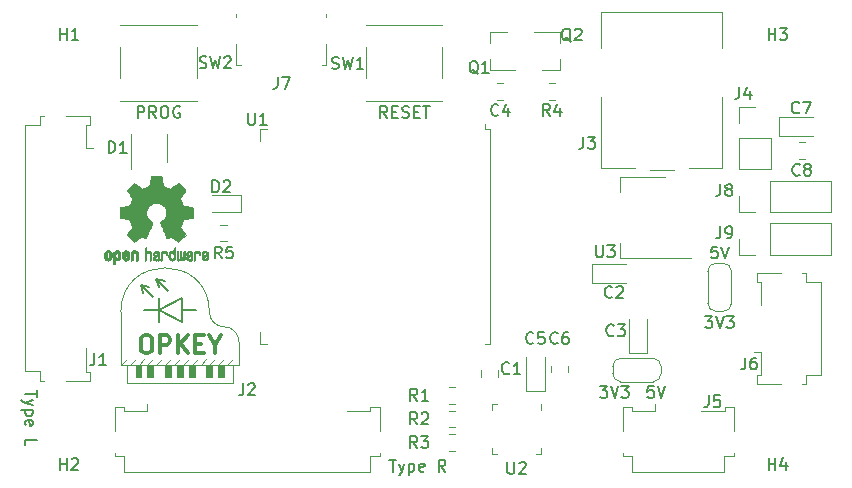
<source format=gbr>
G04 #@! TF.GenerationSoftware,KiCad,Pcbnew,(5.1.2)-2*
G04 #@! TF.CreationDate,2019-07-29T19:51:08+02:00*
G04 #@! TF.ProjectId,main_controller,6d61696e-5f63-46f6-9e74-726f6c6c6572,1*
G04 #@! TF.SameCoordinates,Original*
G04 #@! TF.FileFunction,Legend,Top*
G04 #@! TF.FilePolarity,Positive*
%FSLAX46Y46*%
G04 Gerber Fmt 4.6, Leading zero omitted, Abs format (unit mm)*
G04 Created by KiCad (PCBNEW (5.1.2)-2) date 2019-07-29 19:51:08*
%MOMM*%
%LPD*%
G04 APERTURE LIST*
%ADD10C,0.150000*%
%ADD11C,0.200000*%
%ADD12C,0.120000*%
%ADD13C,0.100000*%
%ADD14C,0.010000*%
%ADD15C,0.300000*%
G04 APERTURE END LIST*
D10*
X40814285Y-38852380D02*
X40814285Y-37852380D01*
X41195238Y-37852380D01*
X41290476Y-37900000D01*
X41338095Y-37947619D01*
X41385714Y-38042857D01*
X41385714Y-38185714D01*
X41338095Y-38280952D01*
X41290476Y-38328571D01*
X41195238Y-38376190D01*
X40814285Y-38376190D01*
X42385714Y-38852380D02*
X42052380Y-38376190D01*
X41814285Y-38852380D02*
X41814285Y-37852380D01*
X42195238Y-37852380D01*
X42290476Y-37900000D01*
X42338095Y-37947619D01*
X42385714Y-38042857D01*
X42385714Y-38185714D01*
X42338095Y-38280952D01*
X42290476Y-38328571D01*
X42195238Y-38376190D01*
X41814285Y-38376190D01*
X43004761Y-37852380D02*
X43195238Y-37852380D01*
X43290476Y-37900000D01*
X43385714Y-37995238D01*
X43433333Y-38185714D01*
X43433333Y-38519047D01*
X43385714Y-38709523D01*
X43290476Y-38804761D01*
X43195238Y-38852380D01*
X43004761Y-38852380D01*
X42909523Y-38804761D01*
X42814285Y-38709523D01*
X42766666Y-38519047D01*
X42766666Y-38185714D01*
X42814285Y-37995238D01*
X42909523Y-37900000D01*
X43004761Y-37852380D01*
X44385714Y-37900000D02*
X44290476Y-37852380D01*
X44147619Y-37852380D01*
X44004761Y-37900000D01*
X43909523Y-37995238D01*
X43861904Y-38090476D01*
X43814285Y-38280952D01*
X43814285Y-38423809D01*
X43861904Y-38614285D01*
X43909523Y-38709523D01*
X44004761Y-38804761D01*
X44147619Y-38852380D01*
X44242857Y-38852380D01*
X44385714Y-38804761D01*
X44433333Y-38757142D01*
X44433333Y-38423809D01*
X44242857Y-38423809D01*
X61947619Y-38852380D02*
X61614285Y-38376190D01*
X61376190Y-38852380D02*
X61376190Y-37852380D01*
X61757142Y-37852380D01*
X61852380Y-37900000D01*
X61900000Y-37947619D01*
X61947619Y-38042857D01*
X61947619Y-38185714D01*
X61900000Y-38280952D01*
X61852380Y-38328571D01*
X61757142Y-38376190D01*
X61376190Y-38376190D01*
X62376190Y-38328571D02*
X62709523Y-38328571D01*
X62852380Y-38852380D02*
X62376190Y-38852380D01*
X62376190Y-37852380D01*
X62852380Y-37852380D01*
X63233333Y-38804761D02*
X63376190Y-38852380D01*
X63614285Y-38852380D01*
X63709523Y-38804761D01*
X63757142Y-38757142D01*
X63804761Y-38661904D01*
X63804761Y-38566666D01*
X63757142Y-38471428D01*
X63709523Y-38423809D01*
X63614285Y-38376190D01*
X63423809Y-38328571D01*
X63328571Y-38280952D01*
X63280952Y-38233333D01*
X63233333Y-38138095D01*
X63233333Y-38042857D01*
X63280952Y-37947619D01*
X63328571Y-37900000D01*
X63423809Y-37852380D01*
X63661904Y-37852380D01*
X63804761Y-37900000D01*
X64233333Y-38328571D02*
X64566666Y-38328571D01*
X64709523Y-38852380D02*
X64233333Y-38852380D01*
X64233333Y-37852380D01*
X64709523Y-37852380D01*
X64995238Y-37852380D02*
X65566666Y-37852380D01*
X65280952Y-38852380D02*
X65280952Y-37852380D01*
X62121428Y-67802380D02*
X62692857Y-67802380D01*
X62407142Y-68802380D02*
X62407142Y-67802380D01*
X62930952Y-68135714D02*
X63169047Y-68802380D01*
X63407142Y-68135714D02*
X63169047Y-68802380D01*
X63073809Y-69040476D01*
X63026190Y-69088095D01*
X62930952Y-69135714D01*
X63788095Y-68135714D02*
X63788095Y-69135714D01*
X63788095Y-68183333D02*
X63883333Y-68135714D01*
X64073809Y-68135714D01*
X64169047Y-68183333D01*
X64216666Y-68230952D01*
X64264285Y-68326190D01*
X64264285Y-68611904D01*
X64216666Y-68707142D01*
X64169047Y-68754761D01*
X64073809Y-68802380D01*
X63883333Y-68802380D01*
X63788095Y-68754761D01*
X65073809Y-68754761D02*
X64978571Y-68802380D01*
X64788095Y-68802380D01*
X64692857Y-68754761D01*
X64645238Y-68659523D01*
X64645238Y-68278571D01*
X64692857Y-68183333D01*
X64788095Y-68135714D01*
X64978571Y-68135714D01*
X65073809Y-68183333D01*
X65121428Y-68278571D01*
X65121428Y-68373809D01*
X64645238Y-68469047D01*
X66883333Y-68802380D02*
X66550000Y-68326190D01*
X66311904Y-68802380D02*
X66311904Y-67802380D01*
X66692857Y-67802380D01*
X66788095Y-67850000D01*
X66835714Y-67897619D01*
X66883333Y-67992857D01*
X66883333Y-68135714D01*
X66835714Y-68230952D01*
X66788095Y-68278571D01*
X66692857Y-68326190D01*
X66311904Y-68326190D01*
X32297619Y-61916666D02*
X32297619Y-62488095D01*
X31297619Y-62202380D02*
X32297619Y-62202380D01*
X31964285Y-62726190D02*
X31297619Y-62964285D01*
X31964285Y-63202380D02*
X31297619Y-62964285D01*
X31059523Y-62869047D01*
X31011904Y-62821428D01*
X30964285Y-62726190D01*
X31964285Y-63583333D02*
X30964285Y-63583333D01*
X31916666Y-63583333D02*
X31964285Y-63678571D01*
X31964285Y-63869047D01*
X31916666Y-63964285D01*
X31869047Y-64011904D01*
X31773809Y-64059523D01*
X31488095Y-64059523D01*
X31392857Y-64011904D01*
X31345238Y-63964285D01*
X31297619Y-63869047D01*
X31297619Y-63678571D01*
X31345238Y-63583333D01*
X31345238Y-64869047D02*
X31297619Y-64773809D01*
X31297619Y-64583333D01*
X31345238Y-64488095D01*
X31440476Y-64440476D01*
X31821428Y-64440476D01*
X31916666Y-64488095D01*
X31964285Y-64583333D01*
X31964285Y-64773809D01*
X31916666Y-64869047D01*
X31821428Y-64916666D01*
X31726190Y-64916666D01*
X31630952Y-64440476D01*
X31297619Y-66583333D02*
X31297619Y-66107142D01*
X32297619Y-66107142D01*
D11*
X43400000Y-53500000D02*
X42400000Y-52500000D01*
X42400000Y-52500000D02*
X42600000Y-53200000D01*
X42400000Y-52500000D02*
X43100000Y-52700000D01*
X41100000Y-53000000D02*
X41800000Y-53200000D01*
X41100000Y-53000000D02*
X41300000Y-53700000D01*
X42100000Y-54000000D02*
X41100000Y-53000000D01*
X42600000Y-55150000D02*
X41400000Y-55150000D01*
D12*
X42600000Y-56150000D02*
X42600000Y-55150000D01*
D11*
X42600000Y-54150000D02*
X42600000Y-56150000D01*
X42600000Y-55150000D02*
X44600000Y-56150000D01*
X44600000Y-54150000D02*
X42600000Y-55150000D01*
X44600000Y-56150000D02*
X44600000Y-54150000D01*
X45800000Y-55150000D02*
X44600000Y-55150000D01*
D12*
X48900000Y-59300000D02*
X48400000Y-59800000D01*
X48150000Y-59300000D02*
X47650000Y-59800000D01*
X47400000Y-59300000D02*
X46900000Y-59800000D01*
X45150000Y-59300000D02*
X44650000Y-59800000D01*
X44400000Y-59300000D02*
X43900000Y-59800000D01*
X45900000Y-59300000D02*
X45400000Y-59800000D01*
X43650000Y-59300000D02*
X43150000Y-59800000D01*
X46650000Y-59300000D02*
X46150000Y-59800000D01*
X46900000Y-55300000D02*
G75*
G03X48150000Y-56550000I1250000J0D01*
G01*
X49400000Y-57800000D02*
G75*
G03X48150000Y-56550000I-1250000J0D01*
G01*
X46900000Y-55300000D02*
G75*
G03X39400000Y-55300000I-3750000J0D01*
G01*
X49400000Y-59800000D02*
X49400000Y-57800000D01*
X48900000Y-59800000D02*
X49400000Y-59800000D01*
X39400000Y-59800000D02*
X39400000Y-55300000D01*
X39900000Y-59800000D02*
X39400000Y-59800000D01*
D13*
G36*
X47650000Y-60800000D02*
G01*
X47650000Y-59800000D01*
X48150000Y-59800000D01*
X48150000Y-60800000D01*
X47650000Y-60800000D01*
G37*
X47650000Y-60800000D02*
X47650000Y-59800000D01*
X48150000Y-59800000D01*
X48150000Y-60800000D01*
X47650000Y-60800000D01*
G36*
X46650000Y-60800000D02*
G01*
X46650000Y-59800000D01*
X47150000Y-59800000D01*
X47150000Y-60800000D01*
X46650000Y-60800000D01*
G37*
X46650000Y-60800000D02*
X46650000Y-59800000D01*
X47150000Y-59800000D01*
X47150000Y-60800000D01*
X46650000Y-60800000D01*
G36*
X45150000Y-60800000D02*
G01*
X45150000Y-59800000D01*
X45650000Y-59800000D01*
X45650000Y-60800000D01*
X45150000Y-60800000D01*
G37*
X45150000Y-60800000D02*
X45150000Y-59800000D01*
X45650000Y-59800000D01*
X45650000Y-60800000D01*
X45150000Y-60800000D01*
G36*
X44150000Y-60800000D02*
G01*
X44150000Y-59800000D01*
X44650000Y-59800000D01*
X44650000Y-60800000D01*
X44150000Y-60800000D01*
G37*
X44150000Y-60800000D02*
X44150000Y-59800000D01*
X44650000Y-59800000D01*
X44650000Y-60800000D01*
X44150000Y-60800000D01*
G36*
X43150000Y-60800000D02*
G01*
X43150000Y-59800000D01*
X43650000Y-59800000D01*
X43650000Y-60800000D01*
X43150000Y-60800000D01*
G37*
X43150000Y-60800000D02*
X43150000Y-59800000D01*
X43650000Y-59800000D01*
X43650000Y-60800000D01*
X43150000Y-60800000D01*
G36*
X41650000Y-60800000D02*
G01*
X41650000Y-59800000D01*
X42150000Y-59800000D01*
X42150000Y-60800000D01*
X41650000Y-60800000D01*
G37*
X41650000Y-60800000D02*
X41650000Y-59800000D01*
X42150000Y-59800000D01*
X42150000Y-60800000D01*
X41650000Y-60800000D01*
G36*
X40650000Y-60800000D02*
G01*
X40650000Y-59800000D01*
X41150000Y-59800000D01*
X41150000Y-60800000D01*
X40650000Y-60800000D01*
G37*
X40650000Y-60800000D02*
X40650000Y-59800000D01*
X41150000Y-59800000D01*
X41150000Y-60800000D01*
X40650000Y-60800000D01*
D12*
X48900000Y-61300000D02*
X48900000Y-59800000D01*
X39900000Y-61300000D02*
X48900000Y-61300000D01*
X39900000Y-59800000D02*
X39900000Y-61300000D01*
X48900000Y-59800000D02*
X39900000Y-59800000D01*
X39900000Y-59300000D02*
X39400000Y-59800000D01*
X40650000Y-59300000D02*
X40150000Y-59800000D01*
X41400000Y-59300000D02*
X40900000Y-59800000D01*
X42150000Y-59300000D02*
X41650000Y-59800000D01*
X42900000Y-59300000D02*
X42400000Y-59800000D01*
X51800000Y-39780000D02*
X51180000Y-39780000D01*
X51180000Y-39780000D02*
X51180000Y-40780000D01*
X51800000Y-58020000D02*
X51180000Y-58020000D01*
X51180000Y-58020000D02*
X51180000Y-57020000D01*
X70620000Y-39780000D02*
X70620000Y-58020000D01*
X70620000Y-58020000D02*
X70200000Y-58020000D01*
X70620000Y-39780000D02*
X70200000Y-39780000D01*
X70200000Y-39780000D02*
X70200000Y-39400000D01*
D14*
G36*
X39168886Y-50084505D02*
G01*
X39243539Y-50121727D01*
X39309431Y-50190261D01*
X39327577Y-50215648D01*
X39347345Y-50248866D01*
X39360172Y-50284945D01*
X39367510Y-50333098D01*
X39370813Y-50402536D01*
X39371538Y-50494206D01*
X39368263Y-50619830D01*
X39356877Y-50714154D01*
X39335041Y-50784523D01*
X39300419Y-50838286D01*
X39250670Y-50882788D01*
X39247014Y-50885423D01*
X39197985Y-50912377D01*
X39138945Y-50925712D01*
X39063859Y-50929000D01*
X38941795Y-50929000D01*
X38941744Y-51047497D01*
X38940608Y-51113492D01*
X38933686Y-51152202D01*
X38915598Y-51175419D01*
X38880962Y-51194933D01*
X38872645Y-51198920D01*
X38833720Y-51217603D01*
X38803583Y-51229403D01*
X38781174Y-51230422D01*
X38765433Y-51216761D01*
X38755302Y-51184522D01*
X38749723Y-51129804D01*
X38747635Y-51048711D01*
X38747981Y-50937344D01*
X38749700Y-50791802D01*
X38750237Y-50748269D01*
X38752172Y-50598205D01*
X38753904Y-50500042D01*
X38941692Y-50500042D01*
X38942748Y-50583364D01*
X38947438Y-50637880D01*
X38958051Y-50673837D01*
X38976872Y-50701482D01*
X38989650Y-50714965D01*
X39041890Y-50754417D01*
X39088142Y-50757628D01*
X39135867Y-50725049D01*
X39137077Y-50723846D01*
X39156494Y-50698668D01*
X39168307Y-50664447D01*
X39174265Y-50611748D01*
X39176120Y-50531131D01*
X39176154Y-50513271D01*
X39171670Y-50402175D01*
X39157074Y-50325161D01*
X39130650Y-50278147D01*
X39090683Y-50257050D01*
X39067584Y-50254923D01*
X39012762Y-50264900D01*
X38975158Y-50297752D01*
X38952523Y-50357857D01*
X38942606Y-50449598D01*
X38941692Y-50500042D01*
X38753904Y-50500042D01*
X38754222Y-50482060D01*
X38756873Y-50394679D01*
X38760606Y-50330905D01*
X38765907Y-50285582D01*
X38773258Y-50253555D01*
X38783143Y-50229668D01*
X38796046Y-50208764D01*
X38801579Y-50200898D01*
X38874969Y-50126595D01*
X38967760Y-50084467D01*
X39075096Y-50072722D01*
X39168886Y-50084505D01*
X39168886Y-50084505D01*
G37*
X39168886Y-50084505D02*
X39243539Y-50121727D01*
X39309431Y-50190261D01*
X39327577Y-50215648D01*
X39347345Y-50248866D01*
X39360172Y-50284945D01*
X39367510Y-50333098D01*
X39370813Y-50402536D01*
X39371538Y-50494206D01*
X39368263Y-50619830D01*
X39356877Y-50714154D01*
X39335041Y-50784523D01*
X39300419Y-50838286D01*
X39250670Y-50882788D01*
X39247014Y-50885423D01*
X39197985Y-50912377D01*
X39138945Y-50925712D01*
X39063859Y-50929000D01*
X38941795Y-50929000D01*
X38941744Y-51047497D01*
X38940608Y-51113492D01*
X38933686Y-51152202D01*
X38915598Y-51175419D01*
X38880962Y-51194933D01*
X38872645Y-51198920D01*
X38833720Y-51217603D01*
X38803583Y-51229403D01*
X38781174Y-51230422D01*
X38765433Y-51216761D01*
X38755302Y-51184522D01*
X38749723Y-51129804D01*
X38747635Y-51048711D01*
X38747981Y-50937344D01*
X38749700Y-50791802D01*
X38750237Y-50748269D01*
X38752172Y-50598205D01*
X38753904Y-50500042D01*
X38941692Y-50500042D01*
X38942748Y-50583364D01*
X38947438Y-50637880D01*
X38958051Y-50673837D01*
X38976872Y-50701482D01*
X38989650Y-50714965D01*
X39041890Y-50754417D01*
X39088142Y-50757628D01*
X39135867Y-50725049D01*
X39137077Y-50723846D01*
X39156494Y-50698668D01*
X39168307Y-50664447D01*
X39174265Y-50611748D01*
X39176120Y-50531131D01*
X39176154Y-50513271D01*
X39171670Y-50402175D01*
X39157074Y-50325161D01*
X39130650Y-50278147D01*
X39090683Y-50257050D01*
X39067584Y-50254923D01*
X39012762Y-50264900D01*
X38975158Y-50297752D01*
X38952523Y-50357857D01*
X38942606Y-50449598D01*
X38941692Y-50500042D01*
X38753904Y-50500042D01*
X38754222Y-50482060D01*
X38756873Y-50394679D01*
X38760606Y-50330905D01*
X38765907Y-50285582D01*
X38773258Y-50253555D01*
X38783143Y-50229668D01*
X38796046Y-50208764D01*
X38801579Y-50200898D01*
X38874969Y-50126595D01*
X38967760Y-50084467D01*
X39075096Y-50072722D01*
X39168886Y-50084505D01*
G36*
X40671664Y-50095089D02*
G01*
X40734367Y-50131358D01*
X40777961Y-50167358D01*
X40809845Y-50205075D01*
X40831810Y-50251199D01*
X40845649Y-50312421D01*
X40853153Y-50395431D01*
X40856117Y-50506919D01*
X40856461Y-50587062D01*
X40856461Y-50882065D01*
X40690385Y-50956515D01*
X40680615Y-50633402D01*
X40676579Y-50512729D01*
X40672344Y-50425141D01*
X40667097Y-50364650D01*
X40660025Y-50325268D01*
X40650311Y-50301007D01*
X40637144Y-50285880D01*
X40632919Y-50282606D01*
X40568909Y-50257034D01*
X40504208Y-50267153D01*
X40465692Y-50294000D01*
X40450025Y-50313024D01*
X40439180Y-50337988D01*
X40432288Y-50375834D01*
X40428479Y-50433502D01*
X40426883Y-50517935D01*
X40426615Y-50605928D01*
X40426563Y-50716323D01*
X40424672Y-50794463D01*
X40418345Y-50847165D01*
X40404983Y-50881242D01*
X40381985Y-50903511D01*
X40346754Y-50920787D01*
X40299697Y-50938738D01*
X40248303Y-50958278D01*
X40254421Y-50611485D01*
X40256884Y-50486468D01*
X40259767Y-50394082D01*
X40263898Y-50327881D01*
X40270107Y-50281420D01*
X40279226Y-50248256D01*
X40292083Y-50221944D01*
X40307584Y-50198729D01*
X40382371Y-50124569D01*
X40473628Y-50081684D01*
X40572883Y-50071412D01*
X40671664Y-50095089D01*
X40671664Y-50095089D01*
G37*
X40671664Y-50095089D02*
X40734367Y-50131358D01*
X40777961Y-50167358D01*
X40809845Y-50205075D01*
X40831810Y-50251199D01*
X40845649Y-50312421D01*
X40853153Y-50395431D01*
X40856117Y-50506919D01*
X40856461Y-50587062D01*
X40856461Y-50882065D01*
X40690385Y-50956515D01*
X40680615Y-50633402D01*
X40676579Y-50512729D01*
X40672344Y-50425141D01*
X40667097Y-50364650D01*
X40660025Y-50325268D01*
X40650311Y-50301007D01*
X40637144Y-50285880D01*
X40632919Y-50282606D01*
X40568909Y-50257034D01*
X40504208Y-50267153D01*
X40465692Y-50294000D01*
X40450025Y-50313024D01*
X40439180Y-50337988D01*
X40432288Y-50375834D01*
X40428479Y-50433502D01*
X40426883Y-50517935D01*
X40426615Y-50605928D01*
X40426563Y-50716323D01*
X40424672Y-50794463D01*
X40418345Y-50847165D01*
X40404983Y-50881242D01*
X40381985Y-50903511D01*
X40346754Y-50920787D01*
X40299697Y-50938738D01*
X40248303Y-50958278D01*
X40254421Y-50611485D01*
X40256884Y-50486468D01*
X40259767Y-50394082D01*
X40263898Y-50327881D01*
X40270107Y-50281420D01*
X40279226Y-50248256D01*
X40292083Y-50221944D01*
X40307584Y-50198729D01*
X40382371Y-50124569D01*
X40473628Y-50081684D01*
X40572883Y-50071412D01*
X40671664Y-50095089D01*
G36*
X38416886Y-50087256D02*
G01*
X38508464Y-50135409D01*
X38576049Y-50212905D01*
X38600057Y-50262727D01*
X38618738Y-50337533D01*
X38628301Y-50432052D01*
X38629208Y-50535210D01*
X38621921Y-50635935D01*
X38606903Y-50723153D01*
X38584615Y-50785791D01*
X38577765Y-50796579D01*
X38496632Y-50877105D01*
X38400266Y-50925336D01*
X38295701Y-50939450D01*
X38189968Y-50917629D01*
X38160543Y-50904547D01*
X38103241Y-50864231D01*
X38052950Y-50810775D01*
X38048197Y-50803995D01*
X38028878Y-50771321D01*
X38016108Y-50736394D01*
X38008564Y-50690414D01*
X38004924Y-50624584D01*
X38003865Y-50530105D01*
X38003846Y-50508923D01*
X38003894Y-50502182D01*
X38199231Y-50502182D01*
X38200368Y-50591349D01*
X38204841Y-50650520D01*
X38214246Y-50688741D01*
X38230176Y-50715053D01*
X38238308Y-50723846D01*
X38285058Y-50757261D01*
X38330447Y-50755737D01*
X38376340Y-50726752D01*
X38403712Y-50695809D01*
X38419923Y-50650643D01*
X38429026Y-50579420D01*
X38429651Y-50571114D01*
X38431204Y-50442037D01*
X38414965Y-50346172D01*
X38381152Y-50284107D01*
X38329984Y-50256432D01*
X38311720Y-50254923D01*
X38263760Y-50262513D01*
X38230953Y-50288808D01*
X38210895Y-50339095D01*
X38201178Y-50418664D01*
X38199231Y-50502182D01*
X38003894Y-50502182D01*
X38004574Y-50408249D01*
X38007629Y-50337906D01*
X38014322Y-50289163D01*
X38025960Y-50253288D01*
X38043853Y-50221548D01*
X38047808Y-50215648D01*
X38114267Y-50136104D01*
X38186685Y-50089929D01*
X38274849Y-50071599D01*
X38304787Y-50070703D01*
X38416886Y-50087256D01*
X38416886Y-50087256D01*
G37*
X38416886Y-50087256D02*
X38508464Y-50135409D01*
X38576049Y-50212905D01*
X38600057Y-50262727D01*
X38618738Y-50337533D01*
X38628301Y-50432052D01*
X38629208Y-50535210D01*
X38621921Y-50635935D01*
X38606903Y-50723153D01*
X38584615Y-50785791D01*
X38577765Y-50796579D01*
X38496632Y-50877105D01*
X38400266Y-50925336D01*
X38295701Y-50939450D01*
X38189968Y-50917629D01*
X38160543Y-50904547D01*
X38103241Y-50864231D01*
X38052950Y-50810775D01*
X38048197Y-50803995D01*
X38028878Y-50771321D01*
X38016108Y-50736394D01*
X38008564Y-50690414D01*
X38004924Y-50624584D01*
X38003865Y-50530105D01*
X38003846Y-50508923D01*
X38003894Y-50502182D01*
X38199231Y-50502182D01*
X38200368Y-50591349D01*
X38204841Y-50650520D01*
X38214246Y-50688741D01*
X38230176Y-50715053D01*
X38238308Y-50723846D01*
X38285058Y-50757261D01*
X38330447Y-50755737D01*
X38376340Y-50726752D01*
X38403712Y-50695809D01*
X38419923Y-50650643D01*
X38429026Y-50579420D01*
X38429651Y-50571114D01*
X38431204Y-50442037D01*
X38414965Y-50346172D01*
X38381152Y-50284107D01*
X38329984Y-50256432D01*
X38311720Y-50254923D01*
X38263760Y-50262513D01*
X38230953Y-50288808D01*
X38210895Y-50339095D01*
X38201178Y-50418664D01*
X38199231Y-50502182D01*
X38003894Y-50502182D01*
X38004574Y-50408249D01*
X38007629Y-50337906D01*
X38014322Y-50289163D01*
X38025960Y-50253288D01*
X38043853Y-50221548D01*
X38047808Y-50215648D01*
X38114267Y-50136104D01*
X38186685Y-50089929D01*
X38274849Y-50071599D01*
X38304787Y-50070703D01*
X38416886Y-50087256D01*
G36*
X39934254Y-50099745D02*
G01*
X40011286Y-50151567D01*
X40070816Y-50226412D01*
X40106378Y-50321654D01*
X40113571Y-50391756D01*
X40112754Y-50421009D01*
X40105914Y-50443407D01*
X40087112Y-50463474D01*
X40050408Y-50485733D01*
X39989862Y-50514709D01*
X39899534Y-50554927D01*
X39899077Y-50555129D01*
X39815933Y-50593210D01*
X39747753Y-50627025D01*
X39701505Y-50652933D01*
X39684158Y-50667295D01*
X39684154Y-50667411D01*
X39699443Y-50698685D01*
X39735196Y-50733157D01*
X39776242Y-50757990D01*
X39797037Y-50762923D01*
X39853770Y-50745862D01*
X39902627Y-50703133D01*
X39926465Y-50656155D01*
X39949397Y-50621522D01*
X39994318Y-50582081D01*
X40047123Y-50548009D01*
X40093710Y-50529480D01*
X40103452Y-50528462D01*
X40114418Y-50545215D01*
X40115079Y-50588039D01*
X40107020Y-50645781D01*
X40091827Y-50707289D01*
X40071086Y-50761409D01*
X40070038Y-50763510D01*
X40007621Y-50850660D01*
X39926726Y-50909939D01*
X39834856Y-50939034D01*
X39739513Y-50935634D01*
X39648198Y-50897428D01*
X39644138Y-50894741D01*
X39572306Y-50829642D01*
X39525073Y-50744705D01*
X39498934Y-50633021D01*
X39495426Y-50601643D01*
X39489213Y-50453536D01*
X39496661Y-50384468D01*
X39684154Y-50384468D01*
X39686590Y-50427552D01*
X39699914Y-50440126D01*
X39733132Y-50430719D01*
X39785494Y-50408483D01*
X39844024Y-50380610D01*
X39845479Y-50379872D01*
X39895089Y-50353777D01*
X39915000Y-50336363D01*
X39910090Y-50318107D01*
X39889416Y-50294120D01*
X39836819Y-50259406D01*
X39780177Y-50256856D01*
X39729369Y-50282119D01*
X39694276Y-50330847D01*
X39684154Y-50384468D01*
X39496661Y-50384468D01*
X39501992Y-50335036D01*
X39534778Y-50241055D01*
X39580421Y-50175215D01*
X39662802Y-50108681D01*
X39753546Y-50075676D01*
X39846185Y-50073573D01*
X39934254Y-50099745D01*
X39934254Y-50099745D01*
G37*
X39934254Y-50099745D02*
X40011286Y-50151567D01*
X40070816Y-50226412D01*
X40106378Y-50321654D01*
X40113571Y-50391756D01*
X40112754Y-50421009D01*
X40105914Y-50443407D01*
X40087112Y-50463474D01*
X40050408Y-50485733D01*
X39989862Y-50514709D01*
X39899534Y-50554927D01*
X39899077Y-50555129D01*
X39815933Y-50593210D01*
X39747753Y-50627025D01*
X39701505Y-50652933D01*
X39684158Y-50667295D01*
X39684154Y-50667411D01*
X39699443Y-50698685D01*
X39735196Y-50733157D01*
X39776242Y-50757990D01*
X39797037Y-50762923D01*
X39853770Y-50745862D01*
X39902627Y-50703133D01*
X39926465Y-50656155D01*
X39949397Y-50621522D01*
X39994318Y-50582081D01*
X40047123Y-50548009D01*
X40093710Y-50529480D01*
X40103452Y-50528462D01*
X40114418Y-50545215D01*
X40115079Y-50588039D01*
X40107020Y-50645781D01*
X40091827Y-50707289D01*
X40071086Y-50761409D01*
X40070038Y-50763510D01*
X40007621Y-50850660D01*
X39926726Y-50909939D01*
X39834856Y-50939034D01*
X39739513Y-50935634D01*
X39648198Y-50897428D01*
X39644138Y-50894741D01*
X39572306Y-50829642D01*
X39525073Y-50744705D01*
X39498934Y-50633021D01*
X39495426Y-50601643D01*
X39489213Y-50453536D01*
X39496661Y-50384468D01*
X39684154Y-50384468D01*
X39686590Y-50427552D01*
X39699914Y-50440126D01*
X39733132Y-50430719D01*
X39785494Y-50408483D01*
X39844024Y-50380610D01*
X39845479Y-50379872D01*
X39895089Y-50353777D01*
X39915000Y-50336363D01*
X39910090Y-50318107D01*
X39889416Y-50294120D01*
X39836819Y-50259406D01*
X39780177Y-50256856D01*
X39729369Y-50282119D01*
X39694276Y-50330847D01*
X39684154Y-50384468D01*
X39496661Y-50384468D01*
X39501992Y-50335036D01*
X39534778Y-50241055D01*
X39580421Y-50175215D01*
X39662802Y-50108681D01*
X39753546Y-50075676D01*
X39846185Y-50073573D01*
X39934254Y-50099745D01*
G36*
X41559846Y-49992120D02*
G01*
X41565572Y-50071980D01*
X41572149Y-50119039D01*
X41581262Y-50139566D01*
X41594598Y-50139829D01*
X41598923Y-50137378D01*
X41656444Y-50119636D01*
X41731268Y-50120672D01*
X41807339Y-50138910D01*
X41854918Y-50162505D01*
X41903702Y-50200198D01*
X41939364Y-50242855D01*
X41963845Y-50297057D01*
X41979087Y-50369384D01*
X41987030Y-50466419D01*
X41989616Y-50594742D01*
X41989662Y-50619358D01*
X41989692Y-50895870D01*
X41928161Y-50917320D01*
X41884459Y-50931912D01*
X41860482Y-50938706D01*
X41859777Y-50938769D01*
X41857415Y-50920345D01*
X41855406Y-50869526D01*
X41853901Y-50792993D01*
X41853053Y-50697430D01*
X41852923Y-50639329D01*
X41852651Y-50524771D01*
X41851252Y-50442667D01*
X41847849Y-50386393D01*
X41841567Y-50349326D01*
X41831529Y-50324844D01*
X41816861Y-50306325D01*
X41807702Y-50297406D01*
X41744789Y-50261466D01*
X41676136Y-50258775D01*
X41613848Y-50289170D01*
X41602329Y-50300144D01*
X41585433Y-50320779D01*
X41573714Y-50345256D01*
X41566233Y-50380647D01*
X41562054Y-50434026D01*
X41560237Y-50512466D01*
X41559846Y-50620617D01*
X41559846Y-50895870D01*
X41498315Y-50917320D01*
X41454613Y-50931912D01*
X41430636Y-50938706D01*
X41429930Y-50938769D01*
X41428126Y-50920069D01*
X41426500Y-50867322D01*
X41425117Y-50785557D01*
X41424042Y-50679805D01*
X41423340Y-50555094D01*
X41423077Y-50416455D01*
X41423077Y-49881806D01*
X41550077Y-49828236D01*
X41559846Y-49992120D01*
X41559846Y-49992120D01*
G37*
X41559846Y-49992120D02*
X41565572Y-50071980D01*
X41572149Y-50119039D01*
X41581262Y-50139566D01*
X41594598Y-50139829D01*
X41598923Y-50137378D01*
X41656444Y-50119636D01*
X41731268Y-50120672D01*
X41807339Y-50138910D01*
X41854918Y-50162505D01*
X41903702Y-50200198D01*
X41939364Y-50242855D01*
X41963845Y-50297057D01*
X41979087Y-50369384D01*
X41987030Y-50466419D01*
X41989616Y-50594742D01*
X41989662Y-50619358D01*
X41989692Y-50895870D01*
X41928161Y-50917320D01*
X41884459Y-50931912D01*
X41860482Y-50938706D01*
X41859777Y-50938769D01*
X41857415Y-50920345D01*
X41855406Y-50869526D01*
X41853901Y-50792993D01*
X41853053Y-50697430D01*
X41852923Y-50639329D01*
X41852651Y-50524771D01*
X41851252Y-50442667D01*
X41847849Y-50386393D01*
X41841567Y-50349326D01*
X41831529Y-50324844D01*
X41816861Y-50306325D01*
X41807702Y-50297406D01*
X41744789Y-50261466D01*
X41676136Y-50258775D01*
X41613848Y-50289170D01*
X41602329Y-50300144D01*
X41585433Y-50320779D01*
X41573714Y-50345256D01*
X41566233Y-50380647D01*
X41562054Y-50434026D01*
X41560237Y-50512466D01*
X41559846Y-50620617D01*
X41559846Y-50895870D01*
X41498315Y-50917320D01*
X41454613Y-50931912D01*
X41430636Y-50938706D01*
X41429930Y-50938769D01*
X41428126Y-50920069D01*
X41426500Y-50867322D01*
X41425117Y-50785557D01*
X41424042Y-50679805D01*
X41423340Y-50555094D01*
X41423077Y-50416455D01*
X41423077Y-49881806D01*
X41550077Y-49828236D01*
X41559846Y-49992120D01*
G36*
X42453501Y-50126303D02*
G01*
X42530060Y-50154733D01*
X42530936Y-50155279D01*
X42578285Y-50190127D01*
X42613241Y-50230852D01*
X42637825Y-50283925D01*
X42654062Y-50355814D01*
X42663975Y-50452992D01*
X42669586Y-50581928D01*
X42670077Y-50600298D01*
X42677141Y-50877287D01*
X42617695Y-50908028D01*
X42574681Y-50928802D01*
X42548710Y-50938646D01*
X42547509Y-50938769D01*
X42543014Y-50920606D01*
X42539444Y-50871612D01*
X42537248Y-50800031D01*
X42536769Y-50742068D01*
X42536758Y-50648170D01*
X42532466Y-50589203D01*
X42517503Y-50561079D01*
X42485482Y-50559706D01*
X42430014Y-50580998D01*
X42346269Y-50620136D01*
X42284689Y-50652643D01*
X42253017Y-50680845D01*
X42243706Y-50711582D01*
X42243692Y-50713104D01*
X42259057Y-50766054D01*
X42304547Y-50794660D01*
X42374166Y-50798803D01*
X42424313Y-50798084D01*
X42450754Y-50812527D01*
X42467243Y-50847218D01*
X42476733Y-50891416D01*
X42463057Y-50916493D01*
X42457907Y-50920082D01*
X42409425Y-50934496D01*
X42341531Y-50936537D01*
X42271612Y-50926983D01*
X42222068Y-50909522D01*
X42153570Y-50851364D01*
X42114634Y-50770408D01*
X42106923Y-50707160D01*
X42112807Y-50650111D01*
X42134101Y-50603542D01*
X42176265Y-50562181D01*
X42244759Y-50520755D01*
X42345044Y-50473993D01*
X42351154Y-50471350D01*
X42441490Y-50429617D01*
X42497235Y-50395391D01*
X42521129Y-50364635D01*
X42515913Y-50333311D01*
X42484328Y-50297383D01*
X42474883Y-50289116D01*
X42411617Y-50257058D01*
X42346064Y-50258407D01*
X42288972Y-50289838D01*
X42251093Y-50348024D01*
X42247574Y-50359446D01*
X42213300Y-50414837D01*
X42169809Y-50441518D01*
X42106923Y-50467960D01*
X42106923Y-50399548D01*
X42126052Y-50300110D01*
X42182831Y-50208902D01*
X42212378Y-50178389D01*
X42279542Y-50139228D01*
X42364956Y-50121500D01*
X42453501Y-50126303D01*
X42453501Y-50126303D01*
G37*
X42453501Y-50126303D02*
X42530060Y-50154733D01*
X42530936Y-50155279D01*
X42578285Y-50190127D01*
X42613241Y-50230852D01*
X42637825Y-50283925D01*
X42654062Y-50355814D01*
X42663975Y-50452992D01*
X42669586Y-50581928D01*
X42670077Y-50600298D01*
X42677141Y-50877287D01*
X42617695Y-50908028D01*
X42574681Y-50928802D01*
X42548710Y-50938646D01*
X42547509Y-50938769D01*
X42543014Y-50920606D01*
X42539444Y-50871612D01*
X42537248Y-50800031D01*
X42536769Y-50742068D01*
X42536758Y-50648170D01*
X42532466Y-50589203D01*
X42517503Y-50561079D01*
X42485482Y-50559706D01*
X42430014Y-50580998D01*
X42346269Y-50620136D01*
X42284689Y-50652643D01*
X42253017Y-50680845D01*
X42243706Y-50711582D01*
X42243692Y-50713104D01*
X42259057Y-50766054D01*
X42304547Y-50794660D01*
X42374166Y-50798803D01*
X42424313Y-50798084D01*
X42450754Y-50812527D01*
X42467243Y-50847218D01*
X42476733Y-50891416D01*
X42463057Y-50916493D01*
X42457907Y-50920082D01*
X42409425Y-50934496D01*
X42341531Y-50936537D01*
X42271612Y-50926983D01*
X42222068Y-50909522D01*
X42153570Y-50851364D01*
X42114634Y-50770408D01*
X42106923Y-50707160D01*
X42112807Y-50650111D01*
X42134101Y-50603542D01*
X42176265Y-50562181D01*
X42244759Y-50520755D01*
X42345044Y-50473993D01*
X42351154Y-50471350D01*
X42441490Y-50429617D01*
X42497235Y-50395391D01*
X42521129Y-50364635D01*
X42515913Y-50333311D01*
X42484328Y-50297383D01*
X42474883Y-50289116D01*
X42411617Y-50257058D01*
X42346064Y-50258407D01*
X42288972Y-50289838D01*
X42251093Y-50348024D01*
X42247574Y-50359446D01*
X42213300Y-50414837D01*
X42169809Y-50441518D01*
X42106923Y-50467960D01*
X42106923Y-50399548D01*
X42126052Y-50300110D01*
X42182831Y-50208902D01*
X42212378Y-50178389D01*
X42279542Y-50139228D01*
X42364956Y-50121500D01*
X42453501Y-50126303D01*
G36*
X43113362Y-50124670D02*
G01*
X43202117Y-50157421D01*
X43274022Y-50215350D01*
X43302144Y-50256128D01*
X43332802Y-50330954D01*
X43332165Y-50385058D01*
X43299987Y-50421446D01*
X43288081Y-50427633D01*
X43236675Y-50446925D01*
X43210422Y-50441982D01*
X43201530Y-50409587D01*
X43201077Y-50391692D01*
X43184797Y-50325859D01*
X43142365Y-50279807D01*
X43083388Y-50257564D01*
X43017475Y-50263161D01*
X42963895Y-50292229D01*
X42945798Y-50308810D01*
X42932971Y-50328925D01*
X42924306Y-50359332D01*
X42918696Y-50406788D01*
X42915035Y-50478050D01*
X42912215Y-50579875D01*
X42911484Y-50612115D01*
X42908820Y-50722410D01*
X42905792Y-50800036D01*
X42901250Y-50851396D01*
X42894046Y-50882890D01*
X42883033Y-50900920D01*
X42867060Y-50911888D01*
X42856834Y-50916733D01*
X42813406Y-50933301D01*
X42787842Y-50938769D01*
X42779395Y-50920507D01*
X42774239Y-50865296D01*
X42772346Y-50772499D01*
X42773689Y-50641478D01*
X42774107Y-50621269D01*
X42777058Y-50501733D01*
X42780548Y-50414449D01*
X42785514Y-50352591D01*
X42792893Y-50309336D01*
X42803624Y-50277860D01*
X42818645Y-50251339D01*
X42826502Y-50239975D01*
X42871553Y-50189692D01*
X42921940Y-50150581D01*
X42928108Y-50147167D01*
X43018458Y-50120212D01*
X43113362Y-50124670D01*
X43113362Y-50124670D01*
G37*
X43113362Y-50124670D02*
X43202117Y-50157421D01*
X43274022Y-50215350D01*
X43302144Y-50256128D01*
X43332802Y-50330954D01*
X43332165Y-50385058D01*
X43299987Y-50421446D01*
X43288081Y-50427633D01*
X43236675Y-50446925D01*
X43210422Y-50441982D01*
X43201530Y-50409587D01*
X43201077Y-50391692D01*
X43184797Y-50325859D01*
X43142365Y-50279807D01*
X43083388Y-50257564D01*
X43017475Y-50263161D01*
X42963895Y-50292229D01*
X42945798Y-50308810D01*
X42932971Y-50328925D01*
X42924306Y-50359332D01*
X42918696Y-50406788D01*
X42915035Y-50478050D01*
X42912215Y-50579875D01*
X42911484Y-50612115D01*
X42908820Y-50722410D01*
X42905792Y-50800036D01*
X42901250Y-50851396D01*
X42894046Y-50882890D01*
X42883033Y-50900920D01*
X42867060Y-50911888D01*
X42856834Y-50916733D01*
X42813406Y-50933301D01*
X42787842Y-50938769D01*
X42779395Y-50920507D01*
X42774239Y-50865296D01*
X42772346Y-50772499D01*
X42773689Y-50641478D01*
X42774107Y-50621269D01*
X42777058Y-50501733D01*
X42780548Y-50414449D01*
X42785514Y-50352591D01*
X42792893Y-50309336D01*
X42803624Y-50277860D01*
X42818645Y-50251339D01*
X42826502Y-50239975D01*
X42871553Y-50189692D01*
X42921940Y-50150581D01*
X42928108Y-50147167D01*
X43018458Y-50120212D01*
X43113362Y-50124670D01*
G36*
X44002081Y-50280289D02*
G01*
X44001833Y-50426320D01*
X44000872Y-50538655D01*
X43998794Y-50622678D01*
X43995193Y-50683769D01*
X43989665Y-50727309D01*
X43981804Y-50758679D01*
X43971207Y-50783262D01*
X43963182Y-50797294D01*
X43896728Y-50873388D01*
X43812470Y-50921084D01*
X43719249Y-50938199D01*
X43625900Y-50922546D01*
X43570312Y-50894418D01*
X43511957Y-50845760D01*
X43472186Y-50786333D01*
X43448190Y-50708507D01*
X43437161Y-50604652D01*
X43435599Y-50528462D01*
X43435809Y-50522986D01*
X43572308Y-50522986D01*
X43573141Y-50610355D01*
X43576961Y-50668192D01*
X43585746Y-50706029D01*
X43601474Y-50733398D01*
X43620266Y-50754042D01*
X43683375Y-50793890D01*
X43751137Y-50797295D01*
X43815179Y-50764025D01*
X43820164Y-50759517D01*
X43841439Y-50736067D01*
X43854779Y-50708166D01*
X43862001Y-50666641D01*
X43864923Y-50602316D01*
X43865385Y-50531200D01*
X43864383Y-50441858D01*
X43860238Y-50382258D01*
X43851236Y-50343089D01*
X43835667Y-50315040D01*
X43822902Y-50300144D01*
X43763600Y-50262575D01*
X43695301Y-50258057D01*
X43630110Y-50286753D01*
X43617528Y-50297406D01*
X43596111Y-50321063D01*
X43582744Y-50349251D01*
X43575566Y-50391245D01*
X43572719Y-50456319D01*
X43572308Y-50522986D01*
X43435809Y-50522986D01*
X43440322Y-50405765D01*
X43456362Y-50313577D01*
X43486528Y-50244269D01*
X43533629Y-50190211D01*
X43570312Y-50162505D01*
X43636990Y-50132572D01*
X43714272Y-50118678D01*
X43786110Y-50122397D01*
X43826308Y-50137400D01*
X43842082Y-50141670D01*
X43852550Y-50125750D01*
X43859856Y-50083089D01*
X43865385Y-50018106D01*
X43871437Y-49945732D01*
X43879844Y-49902187D01*
X43895141Y-49877287D01*
X43921864Y-49860845D01*
X43938654Y-49853564D01*
X44002154Y-49826963D01*
X44002081Y-50280289D01*
X44002081Y-50280289D01*
G37*
X44002081Y-50280289D02*
X44001833Y-50426320D01*
X44000872Y-50538655D01*
X43998794Y-50622678D01*
X43995193Y-50683769D01*
X43989665Y-50727309D01*
X43981804Y-50758679D01*
X43971207Y-50783262D01*
X43963182Y-50797294D01*
X43896728Y-50873388D01*
X43812470Y-50921084D01*
X43719249Y-50938199D01*
X43625900Y-50922546D01*
X43570312Y-50894418D01*
X43511957Y-50845760D01*
X43472186Y-50786333D01*
X43448190Y-50708507D01*
X43437161Y-50604652D01*
X43435599Y-50528462D01*
X43435809Y-50522986D01*
X43572308Y-50522986D01*
X43573141Y-50610355D01*
X43576961Y-50668192D01*
X43585746Y-50706029D01*
X43601474Y-50733398D01*
X43620266Y-50754042D01*
X43683375Y-50793890D01*
X43751137Y-50797295D01*
X43815179Y-50764025D01*
X43820164Y-50759517D01*
X43841439Y-50736067D01*
X43854779Y-50708166D01*
X43862001Y-50666641D01*
X43864923Y-50602316D01*
X43865385Y-50531200D01*
X43864383Y-50441858D01*
X43860238Y-50382258D01*
X43851236Y-50343089D01*
X43835667Y-50315040D01*
X43822902Y-50300144D01*
X43763600Y-50262575D01*
X43695301Y-50258057D01*
X43630110Y-50286753D01*
X43617528Y-50297406D01*
X43596111Y-50321063D01*
X43582744Y-50349251D01*
X43575566Y-50391245D01*
X43572719Y-50456319D01*
X43572308Y-50522986D01*
X43435809Y-50522986D01*
X43440322Y-50405765D01*
X43456362Y-50313577D01*
X43486528Y-50244269D01*
X43533629Y-50190211D01*
X43570312Y-50162505D01*
X43636990Y-50132572D01*
X43714272Y-50118678D01*
X43786110Y-50122397D01*
X43826308Y-50137400D01*
X43842082Y-50141670D01*
X43852550Y-50125750D01*
X43859856Y-50083089D01*
X43865385Y-50018106D01*
X43871437Y-49945732D01*
X43879844Y-49902187D01*
X43895141Y-49877287D01*
X43921864Y-49860845D01*
X43938654Y-49853564D01*
X44002154Y-49826963D01*
X44002081Y-50280289D01*
G36*
X44795929Y-50136662D02*
G01*
X44798911Y-50188068D01*
X44801247Y-50266192D01*
X44802749Y-50364857D01*
X44803231Y-50468343D01*
X44803231Y-50818533D01*
X44741401Y-50880363D01*
X44698793Y-50918462D01*
X44661390Y-50933895D01*
X44610270Y-50932918D01*
X44589978Y-50930433D01*
X44526554Y-50923200D01*
X44474095Y-50919055D01*
X44461308Y-50918672D01*
X44418199Y-50921176D01*
X44356544Y-50927462D01*
X44332638Y-50930433D01*
X44273922Y-50935028D01*
X44234464Y-50925046D01*
X44195338Y-50894228D01*
X44181215Y-50880363D01*
X44119385Y-50818533D01*
X44119385Y-50163503D01*
X44169150Y-50140829D01*
X44212002Y-50124034D01*
X44237073Y-50118154D01*
X44243501Y-50136736D01*
X44249509Y-50188655D01*
X44254697Y-50268172D01*
X44258664Y-50369546D01*
X44260577Y-50455192D01*
X44265923Y-50792231D01*
X44312560Y-50798825D01*
X44354976Y-50794214D01*
X44375760Y-50779287D01*
X44381570Y-50751377D01*
X44386530Y-50691925D01*
X44390246Y-50608466D01*
X44392324Y-50508532D01*
X44392624Y-50457104D01*
X44392923Y-50161054D01*
X44454454Y-50139604D01*
X44498004Y-50125020D01*
X44521694Y-50118219D01*
X44522377Y-50118154D01*
X44524754Y-50136642D01*
X44527366Y-50187906D01*
X44529995Y-50265649D01*
X44532421Y-50363574D01*
X44534115Y-50455192D01*
X44539461Y-50792231D01*
X44656692Y-50792231D01*
X44662072Y-50484746D01*
X44667451Y-50177261D01*
X44724601Y-50147707D01*
X44766797Y-50127413D01*
X44791770Y-50118204D01*
X44792491Y-50118154D01*
X44795929Y-50136662D01*
X44795929Y-50136662D01*
G37*
X44795929Y-50136662D02*
X44798911Y-50188068D01*
X44801247Y-50266192D01*
X44802749Y-50364857D01*
X44803231Y-50468343D01*
X44803231Y-50818533D01*
X44741401Y-50880363D01*
X44698793Y-50918462D01*
X44661390Y-50933895D01*
X44610270Y-50932918D01*
X44589978Y-50930433D01*
X44526554Y-50923200D01*
X44474095Y-50919055D01*
X44461308Y-50918672D01*
X44418199Y-50921176D01*
X44356544Y-50927462D01*
X44332638Y-50930433D01*
X44273922Y-50935028D01*
X44234464Y-50925046D01*
X44195338Y-50894228D01*
X44181215Y-50880363D01*
X44119385Y-50818533D01*
X44119385Y-50163503D01*
X44169150Y-50140829D01*
X44212002Y-50124034D01*
X44237073Y-50118154D01*
X44243501Y-50136736D01*
X44249509Y-50188655D01*
X44254697Y-50268172D01*
X44258664Y-50369546D01*
X44260577Y-50455192D01*
X44265923Y-50792231D01*
X44312560Y-50798825D01*
X44354976Y-50794214D01*
X44375760Y-50779287D01*
X44381570Y-50751377D01*
X44386530Y-50691925D01*
X44390246Y-50608466D01*
X44392324Y-50508532D01*
X44392624Y-50457104D01*
X44392923Y-50161054D01*
X44454454Y-50139604D01*
X44498004Y-50125020D01*
X44521694Y-50118219D01*
X44522377Y-50118154D01*
X44524754Y-50136642D01*
X44527366Y-50187906D01*
X44529995Y-50265649D01*
X44532421Y-50363574D01*
X44534115Y-50455192D01*
X44539461Y-50792231D01*
X44656692Y-50792231D01*
X44662072Y-50484746D01*
X44667451Y-50177261D01*
X44724601Y-50147707D01*
X44766797Y-50127413D01*
X44791770Y-50118204D01*
X44792491Y-50118154D01*
X44795929Y-50136662D01*
G36*
X45287333Y-50133528D02*
G01*
X45343590Y-50159117D01*
X45387747Y-50190124D01*
X45420101Y-50224795D01*
X45442438Y-50269520D01*
X45456546Y-50330692D01*
X45464211Y-50414701D01*
X45467220Y-50527940D01*
X45467538Y-50602509D01*
X45467538Y-50893420D01*
X45417773Y-50916095D01*
X45378576Y-50932667D01*
X45359157Y-50938769D01*
X45355442Y-50920610D01*
X45352495Y-50871648D01*
X45350691Y-50800153D01*
X45350308Y-50743385D01*
X45348661Y-50661371D01*
X45344222Y-50596309D01*
X45337740Y-50556467D01*
X45332590Y-50548000D01*
X45297977Y-50556646D01*
X45243640Y-50578823D01*
X45180722Y-50608886D01*
X45120368Y-50641192D01*
X45073721Y-50670098D01*
X45051926Y-50689961D01*
X45051839Y-50690175D01*
X45053714Y-50726935D01*
X45070525Y-50762026D01*
X45100039Y-50790528D01*
X45143116Y-50800061D01*
X45179932Y-50798950D01*
X45232074Y-50798133D01*
X45259444Y-50810349D01*
X45275882Y-50842624D01*
X45277955Y-50848710D01*
X45285081Y-50894739D01*
X45266024Y-50922687D01*
X45216353Y-50936007D01*
X45162697Y-50938470D01*
X45066142Y-50920210D01*
X45016159Y-50894131D01*
X44954429Y-50832868D01*
X44921690Y-50757670D01*
X44918753Y-50678211D01*
X44946424Y-50604167D01*
X44988047Y-50557769D01*
X45029604Y-50531793D01*
X45094922Y-50498907D01*
X45171038Y-50465557D01*
X45183726Y-50460461D01*
X45267333Y-50423565D01*
X45315530Y-50391046D01*
X45331030Y-50358718D01*
X45316550Y-50322394D01*
X45291692Y-50294000D01*
X45232939Y-50259039D01*
X45168293Y-50256417D01*
X45109008Y-50283358D01*
X45066339Y-50337088D01*
X45060739Y-50350950D01*
X45028133Y-50401936D01*
X44980530Y-50439787D01*
X44920461Y-50470850D01*
X44920461Y-50382768D01*
X44923997Y-50328951D01*
X44939156Y-50286534D01*
X44972768Y-50241279D01*
X45005035Y-50206420D01*
X45055209Y-50157062D01*
X45094193Y-50130547D01*
X45136064Y-50119911D01*
X45183460Y-50118154D01*
X45287333Y-50133528D01*
X45287333Y-50133528D01*
G37*
X45287333Y-50133528D02*
X45343590Y-50159117D01*
X45387747Y-50190124D01*
X45420101Y-50224795D01*
X45442438Y-50269520D01*
X45456546Y-50330692D01*
X45464211Y-50414701D01*
X45467220Y-50527940D01*
X45467538Y-50602509D01*
X45467538Y-50893420D01*
X45417773Y-50916095D01*
X45378576Y-50932667D01*
X45359157Y-50938769D01*
X45355442Y-50920610D01*
X45352495Y-50871648D01*
X45350691Y-50800153D01*
X45350308Y-50743385D01*
X45348661Y-50661371D01*
X45344222Y-50596309D01*
X45337740Y-50556467D01*
X45332590Y-50548000D01*
X45297977Y-50556646D01*
X45243640Y-50578823D01*
X45180722Y-50608886D01*
X45120368Y-50641192D01*
X45073721Y-50670098D01*
X45051926Y-50689961D01*
X45051839Y-50690175D01*
X45053714Y-50726935D01*
X45070525Y-50762026D01*
X45100039Y-50790528D01*
X45143116Y-50800061D01*
X45179932Y-50798950D01*
X45232074Y-50798133D01*
X45259444Y-50810349D01*
X45275882Y-50842624D01*
X45277955Y-50848710D01*
X45285081Y-50894739D01*
X45266024Y-50922687D01*
X45216353Y-50936007D01*
X45162697Y-50938470D01*
X45066142Y-50920210D01*
X45016159Y-50894131D01*
X44954429Y-50832868D01*
X44921690Y-50757670D01*
X44918753Y-50678211D01*
X44946424Y-50604167D01*
X44988047Y-50557769D01*
X45029604Y-50531793D01*
X45094922Y-50498907D01*
X45171038Y-50465557D01*
X45183726Y-50460461D01*
X45267333Y-50423565D01*
X45315530Y-50391046D01*
X45331030Y-50358718D01*
X45316550Y-50322394D01*
X45291692Y-50294000D01*
X45232939Y-50259039D01*
X45168293Y-50256417D01*
X45109008Y-50283358D01*
X45066339Y-50337088D01*
X45060739Y-50350950D01*
X45028133Y-50401936D01*
X44980530Y-50439787D01*
X44920461Y-50470850D01*
X44920461Y-50382768D01*
X44923997Y-50328951D01*
X44939156Y-50286534D01*
X44972768Y-50241279D01*
X45005035Y-50206420D01*
X45055209Y-50157062D01*
X45094193Y-50130547D01*
X45136064Y-50119911D01*
X45183460Y-50118154D01*
X45287333Y-50133528D01*
G36*
X45970807Y-50136782D02*
G01*
X45994161Y-50146988D01*
X46049902Y-50191134D01*
X46097569Y-50254967D01*
X46127048Y-50323087D01*
X46131846Y-50356670D01*
X46115760Y-50403556D01*
X46080475Y-50428365D01*
X46042644Y-50443387D01*
X46025321Y-50446155D01*
X46016886Y-50426066D01*
X46000230Y-50382351D01*
X45992923Y-50362598D01*
X45951948Y-50294271D01*
X45892622Y-50260191D01*
X45816552Y-50261239D01*
X45810918Y-50262581D01*
X45770305Y-50281836D01*
X45740448Y-50319375D01*
X45720055Y-50379809D01*
X45707836Y-50467751D01*
X45702500Y-50587813D01*
X45702000Y-50651698D01*
X45701752Y-50752403D01*
X45700126Y-50821054D01*
X45695801Y-50864673D01*
X45687454Y-50890282D01*
X45673765Y-50904903D01*
X45653411Y-50915558D01*
X45652234Y-50916095D01*
X45613038Y-50932667D01*
X45593619Y-50938769D01*
X45590635Y-50920319D01*
X45588081Y-50869323D01*
X45586140Y-50792308D01*
X45584997Y-50695805D01*
X45584769Y-50625184D01*
X45585932Y-50488525D01*
X45590479Y-50384851D01*
X45599999Y-50308108D01*
X45616081Y-50252246D01*
X45640313Y-50211212D01*
X45674286Y-50178954D01*
X45707833Y-50156440D01*
X45788499Y-50126476D01*
X45882381Y-50119718D01*
X45970807Y-50136782D01*
X45970807Y-50136782D01*
G37*
X45970807Y-50136782D02*
X45994161Y-50146988D01*
X46049902Y-50191134D01*
X46097569Y-50254967D01*
X46127048Y-50323087D01*
X46131846Y-50356670D01*
X46115760Y-50403556D01*
X46080475Y-50428365D01*
X46042644Y-50443387D01*
X46025321Y-50446155D01*
X46016886Y-50426066D01*
X46000230Y-50382351D01*
X45992923Y-50362598D01*
X45951948Y-50294271D01*
X45892622Y-50260191D01*
X45816552Y-50261239D01*
X45810918Y-50262581D01*
X45770305Y-50281836D01*
X45740448Y-50319375D01*
X45720055Y-50379809D01*
X45707836Y-50467751D01*
X45702500Y-50587813D01*
X45702000Y-50651698D01*
X45701752Y-50752403D01*
X45700126Y-50821054D01*
X45695801Y-50864673D01*
X45687454Y-50890282D01*
X45673765Y-50904903D01*
X45653411Y-50915558D01*
X45652234Y-50916095D01*
X45613038Y-50932667D01*
X45593619Y-50938769D01*
X45590635Y-50920319D01*
X45588081Y-50869323D01*
X45586140Y-50792308D01*
X45584997Y-50695805D01*
X45584769Y-50625184D01*
X45585932Y-50488525D01*
X45590479Y-50384851D01*
X45599999Y-50308108D01*
X45616081Y-50252246D01*
X45640313Y-50211212D01*
X45674286Y-50178954D01*
X45707833Y-50156440D01*
X45788499Y-50126476D01*
X45882381Y-50119718D01*
X45970807Y-50136782D01*
G36*
X46645224Y-50147838D02*
G01*
X46722528Y-50198361D01*
X46759814Y-50243590D01*
X46789353Y-50325663D01*
X46791699Y-50390607D01*
X46786385Y-50477445D01*
X46586115Y-50565103D01*
X46488739Y-50609887D01*
X46425113Y-50645913D01*
X46392029Y-50677117D01*
X46386280Y-50707436D01*
X46404658Y-50740805D01*
X46424923Y-50762923D01*
X46483889Y-50798393D01*
X46548024Y-50800879D01*
X46606926Y-50773235D01*
X46650197Y-50718320D01*
X46657936Y-50698928D01*
X46695006Y-50638364D01*
X46737654Y-50612552D01*
X46796154Y-50590471D01*
X46796154Y-50674184D01*
X46790982Y-50731150D01*
X46770723Y-50779189D01*
X46728262Y-50834346D01*
X46721951Y-50841514D01*
X46674720Y-50890585D01*
X46634121Y-50916920D01*
X46583328Y-50929035D01*
X46541220Y-50933003D01*
X46465902Y-50933991D01*
X46412286Y-50921466D01*
X46378838Y-50902869D01*
X46326268Y-50861975D01*
X46289879Y-50817748D01*
X46266850Y-50762126D01*
X46254359Y-50687047D01*
X46249587Y-50584449D01*
X46249206Y-50532376D01*
X46250501Y-50469948D01*
X46368471Y-50469948D01*
X46369839Y-50503438D01*
X46373249Y-50508923D01*
X46395753Y-50501472D01*
X46444182Y-50481753D01*
X46508908Y-50453718D01*
X46522443Y-50447692D01*
X46604244Y-50406096D01*
X46649312Y-50369538D01*
X46659217Y-50335296D01*
X46635526Y-50300648D01*
X46615960Y-50285339D01*
X46545360Y-50254721D01*
X46479280Y-50259780D01*
X46423959Y-50297151D01*
X46385636Y-50363473D01*
X46373349Y-50416116D01*
X46368471Y-50469948D01*
X46250501Y-50469948D01*
X46251730Y-50410720D01*
X46261032Y-50320710D01*
X46279460Y-50255167D01*
X46309360Y-50206912D01*
X46353080Y-50168767D01*
X46372141Y-50156440D01*
X46458726Y-50124336D01*
X46553522Y-50122316D01*
X46645224Y-50147838D01*
X46645224Y-50147838D01*
G37*
X46645224Y-50147838D02*
X46722528Y-50198361D01*
X46759814Y-50243590D01*
X46789353Y-50325663D01*
X46791699Y-50390607D01*
X46786385Y-50477445D01*
X46586115Y-50565103D01*
X46488739Y-50609887D01*
X46425113Y-50645913D01*
X46392029Y-50677117D01*
X46386280Y-50707436D01*
X46404658Y-50740805D01*
X46424923Y-50762923D01*
X46483889Y-50798393D01*
X46548024Y-50800879D01*
X46606926Y-50773235D01*
X46650197Y-50718320D01*
X46657936Y-50698928D01*
X46695006Y-50638364D01*
X46737654Y-50612552D01*
X46796154Y-50590471D01*
X46796154Y-50674184D01*
X46790982Y-50731150D01*
X46770723Y-50779189D01*
X46728262Y-50834346D01*
X46721951Y-50841514D01*
X46674720Y-50890585D01*
X46634121Y-50916920D01*
X46583328Y-50929035D01*
X46541220Y-50933003D01*
X46465902Y-50933991D01*
X46412286Y-50921466D01*
X46378838Y-50902869D01*
X46326268Y-50861975D01*
X46289879Y-50817748D01*
X46266850Y-50762126D01*
X46254359Y-50687047D01*
X46249587Y-50584449D01*
X46249206Y-50532376D01*
X46250501Y-50469948D01*
X46368471Y-50469948D01*
X46369839Y-50503438D01*
X46373249Y-50508923D01*
X46395753Y-50501472D01*
X46444182Y-50481753D01*
X46508908Y-50453718D01*
X46522443Y-50447692D01*
X46604244Y-50406096D01*
X46649312Y-50369538D01*
X46659217Y-50335296D01*
X46635526Y-50300648D01*
X46615960Y-50285339D01*
X46545360Y-50254721D01*
X46479280Y-50259780D01*
X46423959Y-50297151D01*
X46385636Y-50363473D01*
X46373349Y-50416116D01*
X46368471Y-50469948D01*
X46250501Y-50469948D01*
X46251730Y-50410720D01*
X46261032Y-50320710D01*
X46279460Y-50255167D01*
X46309360Y-50206912D01*
X46353080Y-50168767D01*
X46372141Y-50156440D01*
X46458726Y-50124336D01*
X46553522Y-50122316D01*
X46645224Y-50147838D01*
G36*
X42539878Y-43787776D02*
G01*
X42645612Y-43788355D01*
X42722132Y-43789922D01*
X42774372Y-43792972D01*
X42807263Y-43797996D01*
X42825737Y-43805489D01*
X42834727Y-43815944D01*
X42839163Y-43829853D01*
X42839594Y-43831654D01*
X42846333Y-43864145D01*
X42858808Y-43928252D01*
X42875719Y-44017151D01*
X42895771Y-44124019D01*
X42917664Y-44242033D01*
X42918429Y-44246178D01*
X42940359Y-44361831D01*
X42960877Y-44464014D01*
X42978659Y-44546598D01*
X42992381Y-44603456D01*
X43000718Y-44628458D01*
X43001116Y-44628901D01*
X43025677Y-44641110D01*
X43076315Y-44661456D01*
X43142095Y-44685545D01*
X43142461Y-44685674D01*
X43225317Y-44716818D01*
X43323000Y-44756491D01*
X43415077Y-44796381D01*
X43419434Y-44798353D01*
X43569407Y-44866420D01*
X43901498Y-44639639D01*
X44003374Y-44570504D01*
X44095657Y-44508697D01*
X44173003Y-44457733D01*
X44230064Y-44421127D01*
X44261495Y-44402394D01*
X44264479Y-44401004D01*
X44287321Y-44407190D01*
X44329982Y-44437035D01*
X44394128Y-44491947D01*
X44481421Y-44573334D01*
X44570535Y-44659922D01*
X44656441Y-44745247D01*
X44733327Y-44823108D01*
X44796564Y-44888697D01*
X44841523Y-44937205D01*
X44863576Y-44963825D01*
X44864396Y-44965195D01*
X44866834Y-44983463D01*
X44857650Y-45013295D01*
X44834574Y-45058721D01*
X44795337Y-45123770D01*
X44737670Y-45212470D01*
X44660795Y-45326657D01*
X44592570Y-45427162D01*
X44531582Y-45517303D01*
X44481356Y-45591849D01*
X44445416Y-45645565D01*
X44427287Y-45673218D01*
X44426146Y-45675095D01*
X44428359Y-45701590D01*
X44445138Y-45753086D01*
X44473142Y-45819851D01*
X44483122Y-45841172D01*
X44526672Y-45936159D01*
X44573134Y-46043937D01*
X44610877Y-46137192D01*
X44638073Y-46206406D01*
X44659675Y-46259006D01*
X44672158Y-46286497D01*
X44673709Y-46288616D01*
X44696668Y-46292124D01*
X44750786Y-46301738D01*
X44828868Y-46316089D01*
X44923719Y-46333807D01*
X45028143Y-46353525D01*
X45134944Y-46373874D01*
X45236926Y-46393486D01*
X45326894Y-46410991D01*
X45397653Y-46425022D01*
X45442006Y-46434209D01*
X45452885Y-46436807D01*
X45464122Y-46443218D01*
X45472605Y-46457697D01*
X45478714Y-46485133D01*
X45482832Y-46530411D01*
X45485341Y-46598420D01*
X45486621Y-46694047D01*
X45487054Y-46822180D01*
X45487077Y-46874701D01*
X45487077Y-47301845D01*
X45384500Y-47322091D01*
X45327431Y-47333070D01*
X45242269Y-47349095D01*
X45139372Y-47368233D01*
X45029096Y-47388551D01*
X44998615Y-47394132D01*
X44896855Y-47413917D01*
X44808205Y-47433373D01*
X44740108Y-47450697D01*
X44700004Y-47464088D01*
X44693323Y-47468079D01*
X44676919Y-47496342D01*
X44653399Y-47551109D01*
X44627316Y-47621588D01*
X44622142Y-47636769D01*
X44587956Y-47730896D01*
X44545523Y-47837101D01*
X44503997Y-47932473D01*
X44503792Y-47932916D01*
X44434640Y-48082525D01*
X44889512Y-48751617D01*
X44597500Y-49044116D01*
X44509180Y-49131170D01*
X44428625Y-49207909D01*
X44360360Y-49270237D01*
X44308908Y-49314056D01*
X44278794Y-49335270D01*
X44274474Y-49336616D01*
X44249111Y-49326016D01*
X44197358Y-49296547D01*
X44124868Y-49251705D01*
X44037294Y-49194984D01*
X43942612Y-49131462D01*
X43846516Y-49066668D01*
X43760837Y-49010287D01*
X43691016Y-48965788D01*
X43642494Y-48936639D01*
X43620782Y-48926308D01*
X43594293Y-48935050D01*
X43544062Y-48958087D01*
X43480451Y-48990631D01*
X43473708Y-48994249D01*
X43388046Y-49037210D01*
X43329306Y-49058279D01*
X43292772Y-49058503D01*
X43273731Y-49038928D01*
X43273620Y-49038654D01*
X43264102Y-49015472D01*
X43241403Y-48960441D01*
X43207282Y-48877822D01*
X43163500Y-48771872D01*
X43111816Y-48646852D01*
X43053992Y-48507020D01*
X42997991Y-48371637D01*
X42936447Y-48222234D01*
X42879939Y-48083832D01*
X42830161Y-47960673D01*
X42788806Y-47857002D01*
X42757568Y-47777059D01*
X42738141Y-47725088D01*
X42732154Y-47705692D01*
X42747168Y-47683443D01*
X42786439Y-47647982D01*
X42838807Y-47608887D01*
X42987941Y-47485245D01*
X43104511Y-47343522D01*
X43187118Y-47186704D01*
X43234366Y-47017775D01*
X43244857Y-46839722D01*
X43237231Y-46757539D01*
X43195682Y-46587031D01*
X43124123Y-46436459D01*
X43026995Y-46307309D01*
X42908734Y-46201064D01*
X42773780Y-46119210D01*
X42626571Y-46063232D01*
X42471544Y-46034615D01*
X42313139Y-46034844D01*
X42155794Y-46065405D01*
X42003946Y-46127782D01*
X41862035Y-46223460D01*
X41802803Y-46277572D01*
X41689203Y-46416520D01*
X41610106Y-46568361D01*
X41564986Y-46728667D01*
X41553316Y-46893012D01*
X41574569Y-47056971D01*
X41628220Y-47216118D01*
X41713740Y-47366025D01*
X41830605Y-47502267D01*
X41961193Y-47608887D01*
X42015588Y-47649642D01*
X42054014Y-47684718D01*
X42067846Y-47705726D01*
X42060603Y-47728635D01*
X42040005Y-47783365D01*
X42007746Y-47865672D01*
X41965521Y-47971315D01*
X41915023Y-48096050D01*
X41857948Y-48235636D01*
X41801854Y-48371670D01*
X41739967Y-48521201D01*
X41682644Y-48659767D01*
X41631644Y-48783107D01*
X41588727Y-48886964D01*
X41555653Y-48967080D01*
X41534181Y-49019195D01*
X41526225Y-49038654D01*
X41507429Y-49058423D01*
X41471074Y-49058365D01*
X41412479Y-49037441D01*
X41326968Y-48994613D01*
X41326292Y-48994249D01*
X41261907Y-48961012D01*
X41209861Y-48936802D01*
X41180512Y-48926404D01*
X41179217Y-48926308D01*
X41157124Y-48936855D01*
X41108348Y-48966184D01*
X41038331Y-49010827D01*
X40952514Y-49067314D01*
X40857388Y-49131462D01*
X40760540Y-49196411D01*
X40673253Y-49252896D01*
X40601181Y-49297421D01*
X40549977Y-49326490D01*
X40525526Y-49336616D01*
X40503010Y-49323307D01*
X40457742Y-49286112D01*
X40394244Y-49229128D01*
X40317039Y-49156449D01*
X40230651Y-49072171D01*
X40202399Y-49044016D01*
X39910287Y-48751416D01*
X40132631Y-48425104D01*
X40200202Y-48324897D01*
X40259507Y-48234963D01*
X40307217Y-48160510D01*
X40340007Y-48106751D01*
X40354548Y-48078894D01*
X40354974Y-48076912D01*
X40347308Y-48050655D01*
X40326689Y-47997837D01*
X40296685Y-47927310D01*
X40275625Y-47880093D01*
X40236248Y-47789694D01*
X40199165Y-47698366D01*
X40170415Y-47621200D01*
X40162605Y-47597692D01*
X40140417Y-47534916D01*
X40118727Y-47486411D01*
X40106813Y-47468079D01*
X40080523Y-47456859D01*
X40023142Y-47440954D01*
X39942118Y-47422167D01*
X39844895Y-47402299D01*
X39801385Y-47394132D01*
X39690896Y-47373829D01*
X39584916Y-47354170D01*
X39493801Y-47337088D01*
X39427908Y-47324518D01*
X39415500Y-47322091D01*
X39312923Y-47301845D01*
X39312923Y-46874701D01*
X39313153Y-46734246D01*
X39314099Y-46627979D01*
X39316141Y-46551013D01*
X39319662Y-46498460D01*
X39325043Y-46465433D01*
X39332666Y-46447045D01*
X39342912Y-46438408D01*
X39347115Y-46436807D01*
X39372470Y-46431127D01*
X39428484Y-46419795D01*
X39507964Y-46404179D01*
X39603712Y-46385647D01*
X39708533Y-46365569D01*
X39815232Y-46345312D01*
X39916613Y-46326246D01*
X40005479Y-46309739D01*
X40074637Y-46297159D01*
X40116889Y-46289875D01*
X40126290Y-46288616D01*
X40134807Y-46271763D01*
X40153660Y-46226870D01*
X40179324Y-46162430D01*
X40189123Y-46137192D01*
X40228648Y-46039686D01*
X40275192Y-45931959D01*
X40316877Y-45841172D01*
X40347550Y-45771753D01*
X40367956Y-45714710D01*
X40374768Y-45679777D01*
X40373682Y-45675095D01*
X40359285Y-45652991D01*
X40326412Y-45603831D01*
X40278590Y-45532848D01*
X40219348Y-45445278D01*
X40152215Y-45346357D01*
X40138941Y-45326830D01*
X40061046Y-45211140D01*
X40003787Y-45123044D01*
X39964881Y-45058486D01*
X39942044Y-45013411D01*
X39932994Y-44983763D01*
X39935448Y-44965485D01*
X39935511Y-44965369D01*
X39954827Y-44941361D01*
X39997551Y-44894947D01*
X40059051Y-44830937D01*
X40134698Y-44754145D01*
X40219861Y-44669382D01*
X40229465Y-44659922D01*
X40336790Y-44555989D01*
X40419615Y-44479675D01*
X40479605Y-44429571D01*
X40518423Y-44404270D01*
X40535520Y-44401004D01*
X40560473Y-44415250D01*
X40612255Y-44448156D01*
X40685520Y-44496208D01*
X40774920Y-44555890D01*
X40875111Y-44623688D01*
X40898501Y-44639639D01*
X41230593Y-44866420D01*
X41380565Y-44798353D01*
X41471770Y-44758685D01*
X41569669Y-44718791D01*
X41653831Y-44686983D01*
X41657538Y-44685674D01*
X41723369Y-44661576D01*
X41774116Y-44641200D01*
X41798842Y-44628936D01*
X41798884Y-44628901D01*
X41806729Y-44606734D01*
X41820066Y-44552217D01*
X41837570Y-44471480D01*
X41857917Y-44370650D01*
X41879782Y-44255856D01*
X41881571Y-44246178D01*
X41903504Y-44127904D01*
X41923640Y-44020542D01*
X41940680Y-43930917D01*
X41953328Y-43865851D01*
X41960284Y-43832168D01*
X41960406Y-43831654D01*
X41964639Y-43817325D01*
X41972871Y-43806507D01*
X41990033Y-43798706D01*
X42021058Y-43793429D01*
X42070878Y-43790182D01*
X42144424Y-43788472D01*
X42246629Y-43787807D01*
X42382425Y-43787693D01*
X42400000Y-43787692D01*
X42539878Y-43787776D01*
X42539878Y-43787776D01*
G37*
X42539878Y-43787776D02*
X42645612Y-43788355D01*
X42722132Y-43789922D01*
X42774372Y-43792972D01*
X42807263Y-43797996D01*
X42825737Y-43805489D01*
X42834727Y-43815944D01*
X42839163Y-43829853D01*
X42839594Y-43831654D01*
X42846333Y-43864145D01*
X42858808Y-43928252D01*
X42875719Y-44017151D01*
X42895771Y-44124019D01*
X42917664Y-44242033D01*
X42918429Y-44246178D01*
X42940359Y-44361831D01*
X42960877Y-44464014D01*
X42978659Y-44546598D01*
X42992381Y-44603456D01*
X43000718Y-44628458D01*
X43001116Y-44628901D01*
X43025677Y-44641110D01*
X43076315Y-44661456D01*
X43142095Y-44685545D01*
X43142461Y-44685674D01*
X43225317Y-44716818D01*
X43323000Y-44756491D01*
X43415077Y-44796381D01*
X43419434Y-44798353D01*
X43569407Y-44866420D01*
X43901498Y-44639639D01*
X44003374Y-44570504D01*
X44095657Y-44508697D01*
X44173003Y-44457733D01*
X44230064Y-44421127D01*
X44261495Y-44402394D01*
X44264479Y-44401004D01*
X44287321Y-44407190D01*
X44329982Y-44437035D01*
X44394128Y-44491947D01*
X44481421Y-44573334D01*
X44570535Y-44659922D01*
X44656441Y-44745247D01*
X44733327Y-44823108D01*
X44796564Y-44888697D01*
X44841523Y-44937205D01*
X44863576Y-44963825D01*
X44864396Y-44965195D01*
X44866834Y-44983463D01*
X44857650Y-45013295D01*
X44834574Y-45058721D01*
X44795337Y-45123770D01*
X44737670Y-45212470D01*
X44660795Y-45326657D01*
X44592570Y-45427162D01*
X44531582Y-45517303D01*
X44481356Y-45591849D01*
X44445416Y-45645565D01*
X44427287Y-45673218D01*
X44426146Y-45675095D01*
X44428359Y-45701590D01*
X44445138Y-45753086D01*
X44473142Y-45819851D01*
X44483122Y-45841172D01*
X44526672Y-45936159D01*
X44573134Y-46043937D01*
X44610877Y-46137192D01*
X44638073Y-46206406D01*
X44659675Y-46259006D01*
X44672158Y-46286497D01*
X44673709Y-46288616D01*
X44696668Y-46292124D01*
X44750786Y-46301738D01*
X44828868Y-46316089D01*
X44923719Y-46333807D01*
X45028143Y-46353525D01*
X45134944Y-46373874D01*
X45236926Y-46393486D01*
X45326894Y-46410991D01*
X45397653Y-46425022D01*
X45442006Y-46434209D01*
X45452885Y-46436807D01*
X45464122Y-46443218D01*
X45472605Y-46457697D01*
X45478714Y-46485133D01*
X45482832Y-46530411D01*
X45485341Y-46598420D01*
X45486621Y-46694047D01*
X45487054Y-46822180D01*
X45487077Y-46874701D01*
X45487077Y-47301845D01*
X45384500Y-47322091D01*
X45327431Y-47333070D01*
X45242269Y-47349095D01*
X45139372Y-47368233D01*
X45029096Y-47388551D01*
X44998615Y-47394132D01*
X44896855Y-47413917D01*
X44808205Y-47433373D01*
X44740108Y-47450697D01*
X44700004Y-47464088D01*
X44693323Y-47468079D01*
X44676919Y-47496342D01*
X44653399Y-47551109D01*
X44627316Y-47621588D01*
X44622142Y-47636769D01*
X44587956Y-47730896D01*
X44545523Y-47837101D01*
X44503997Y-47932473D01*
X44503792Y-47932916D01*
X44434640Y-48082525D01*
X44889512Y-48751617D01*
X44597500Y-49044116D01*
X44509180Y-49131170D01*
X44428625Y-49207909D01*
X44360360Y-49270237D01*
X44308908Y-49314056D01*
X44278794Y-49335270D01*
X44274474Y-49336616D01*
X44249111Y-49326016D01*
X44197358Y-49296547D01*
X44124868Y-49251705D01*
X44037294Y-49194984D01*
X43942612Y-49131462D01*
X43846516Y-49066668D01*
X43760837Y-49010287D01*
X43691016Y-48965788D01*
X43642494Y-48936639D01*
X43620782Y-48926308D01*
X43594293Y-48935050D01*
X43544062Y-48958087D01*
X43480451Y-48990631D01*
X43473708Y-48994249D01*
X43388046Y-49037210D01*
X43329306Y-49058279D01*
X43292772Y-49058503D01*
X43273731Y-49038928D01*
X43273620Y-49038654D01*
X43264102Y-49015472D01*
X43241403Y-48960441D01*
X43207282Y-48877822D01*
X43163500Y-48771872D01*
X43111816Y-48646852D01*
X43053992Y-48507020D01*
X42997991Y-48371637D01*
X42936447Y-48222234D01*
X42879939Y-48083832D01*
X42830161Y-47960673D01*
X42788806Y-47857002D01*
X42757568Y-47777059D01*
X42738141Y-47725088D01*
X42732154Y-47705692D01*
X42747168Y-47683443D01*
X42786439Y-47647982D01*
X42838807Y-47608887D01*
X42987941Y-47485245D01*
X43104511Y-47343522D01*
X43187118Y-47186704D01*
X43234366Y-47017775D01*
X43244857Y-46839722D01*
X43237231Y-46757539D01*
X43195682Y-46587031D01*
X43124123Y-46436459D01*
X43026995Y-46307309D01*
X42908734Y-46201064D01*
X42773780Y-46119210D01*
X42626571Y-46063232D01*
X42471544Y-46034615D01*
X42313139Y-46034844D01*
X42155794Y-46065405D01*
X42003946Y-46127782D01*
X41862035Y-46223460D01*
X41802803Y-46277572D01*
X41689203Y-46416520D01*
X41610106Y-46568361D01*
X41564986Y-46728667D01*
X41553316Y-46893012D01*
X41574569Y-47056971D01*
X41628220Y-47216118D01*
X41713740Y-47366025D01*
X41830605Y-47502267D01*
X41961193Y-47608887D01*
X42015588Y-47649642D01*
X42054014Y-47684718D01*
X42067846Y-47705726D01*
X42060603Y-47728635D01*
X42040005Y-47783365D01*
X42007746Y-47865672D01*
X41965521Y-47971315D01*
X41915023Y-48096050D01*
X41857948Y-48235636D01*
X41801854Y-48371670D01*
X41739967Y-48521201D01*
X41682644Y-48659767D01*
X41631644Y-48783107D01*
X41588727Y-48886964D01*
X41555653Y-48967080D01*
X41534181Y-49019195D01*
X41526225Y-49038654D01*
X41507429Y-49058423D01*
X41471074Y-49058365D01*
X41412479Y-49037441D01*
X41326968Y-48994613D01*
X41326292Y-48994249D01*
X41261907Y-48961012D01*
X41209861Y-48936802D01*
X41180512Y-48926404D01*
X41179217Y-48926308D01*
X41157124Y-48936855D01*
X41108348Y-48966184D01*
X41038331Y-49010827D01*
X40952514Y-49067314D01*
X40857388Y-49131462D01*
X40760540Y-49196411D01*
X40673253Y-49252896D01*
X40601181Y-49297421D01*
X40549977Y-49326490D01*
X40525526Y-49336616D01*
X40503010Y-49323307D01*
X40457742Y-49286112D01*
X40394244Y-49229128D01*
X40317039Y-49156449D01*
X40230651Y-49072171D01*
X40202399Y-49044016D01*
X39910287Y-48751416D01*
X40132631Y-48425104D01*
X40200202Y-48324897D01*
X40259507Y-48234963D01*
X40307217Y-48160510D01*
X40340007Y-48106751D01*
X40354548Y-48078894D01*
X40354974Y-48076912D01*
X40347308Y-48050655D01*
X40326689Y-47997837D01*
X40296685Y-47927310D01*
X40275625Y-47880093D01*
X40236248Y-47789694D01*
X40199165Y-47698366D01*
X40170415Y-47621200D01*
X40162605Y-47597692D01*
X40140417Y-47534916D01*
X40118727Y-47486411D01*
X40106813Y-47468079D01*
X40080523Y-47456859D01*
X40023142Y-47440954D01*
X39942118Y-47422167D01*
X39844895Y-47402299D01*
X39801385Y-47394132D01*
X39690896Y-47373829D01*
X39584916Y-47354170D01*
X39493801Y-47337088D01*
X39427908Y-47324518D01*
X39415500Y-47322091D01*
X39312923Y-47301845D01*
X39312923Y-46874701D01*
X39313153Y-46734246D01*
X39314099Y-46627979D01*
X39316141Y-46551013D01*
X39319662Y-46498460D01*
X39325043Y-46465433D01*
X39332666Y-46447045D01*
X39342912Y-46438408D01*
X39347115Y-46436807D01*
X39372470Y-46431127D01*
X39428484Y-46419795D01*
X39507964Y-46404179D01*
X39603712Y-46385647D01*
X39708533Y-46365569D01*
X39815232Y-46345312D01*
X39916613Y-46326246D01*
X40005479Y-46309739D01*
X40074637Y-46297159D01*
X40116889Y-46289875D01*
X40126290Y-46288616D01*
X40134807Y-46271763D01*
X40153660Y-46226870D01*
X40179324Y-46162430D01*
X40189123Y-46137192D01*
X40228648Y-46039686D01*
X40275192Y-45931959D01*
X40316877Y-45841172D01*
X40347550Y-45771753D01*
X40367956Y-45714710D01*
X40374768Y-45679777D01*
X40373682Y-45675095D01*
X40359285Y-45652991D01*
X40326412Y-45603831D01*
X40278590Y-45532848D01*
X40219348Y-45445278D01*
X40152215Y-45346357D01*
X40138941Y-45326830D01*
X40061046Y-45211140D01*
X40003787Y-45123044D01*
X39964881Y-45058486D01*
X39942044Y-45013411D01*
X39932994Y-44983763D01*
X39935448Y-44965485D01*
X39935511Y-44965369D01*
X39954827Y-44941361D01*
X39997551Y-44894947D01*
X40059051Y-44830937D01*
X40134698Y-44754145D01*
X40219861Y-44669382D01*
X40229465Y-44659922D01*
X40336790Y-44555989D01*
X40419615Y-44479675D01*
X40479605Y-44429571D01*
X40518423Y-44404270D01*
X40535520Y-44401004D01*
X40560473Y-44415250D01*
X40612255Y-44448156D01*
X40685520Y-44496208D01*
X40774920Y-44555890D01*
X40875111Y-44623688D01*
X40898501Y-44639639D01*
X41230593Y-44866420D01*
X41380565Y-44798353D01*
X41471770Y-44758685D01*
X41569669Y-44718791D01*
X41653831Y-44686983D01*
X41657538Y-44685674D01*
X41723369Y-44661576D01*
X41774116Y-44641200D01*
X41798842Y-44628936D01*
X41798884Y-44628901D01*
X41806729Y-44606734D01*
X41820066Y-44552217D01*
X41837570Y-44471480D01*
X41857917Y-44370650D01*
X41879782Y-44255856D01*
X41881571Y-44246178D01*
X41903504Y-44127904D01*
X41923640Y-44020542D01*
X41940680Y-43930917D01*
X41953328Y-43865851D01*
X41960284Y-43832168D01*
X41960406Y-43831654D01*
X41964639Y-43817325D01*
X41972871Y-43806507D01*
X41990033Y-43798706D01*
X42021058Y-43793429D01*
X42070878Y-43790182D01*
X42144424Y-43788472D01*
X42246629Y-43787807D01*
X42382425Y-43787693D01*
X42400000Y-43787692D01*
X42539878Y-43787776D01*
D12*
X86200000Y-43300000D02*
X84200000Y-43300000D01*
X90310000Y-29890000D02*
X90310000Y-32950000D01*
X80090000Y-29890000D02*
X90310000Y-29890000D01*
X80090000Y-32950000D02*
X80090000Y-29890000D01*
X80090000Y-43110000D02*
X80090000Y-37050000D01*
X82900000Y-43110000D02*
X80090000Y-43110000D01*
X90310000Y-43110000D02*
X87500000Y-43110000D01*
X90310000Y-37050000D02*
X90310000Y-43110000D01*
X71310000Y-60761252D02*
X71310000Y-60238748D01*
X69890000Y-60761252D02*
X69890000Y-60238748D01*
X79265000Y-52835000D02*
X82150000Y-52835000D01*
X79265000Y-51265000D02*
X79265000Y-52835000D01*
X82150000Y-51265000D02*
X79265000Y-51265000D01*
X82415000Y-55900000D02*
X82415000Y-58785000D01*
X82415000Y-58785000D02*
X83985000Y-58785000D01*
X83985000Y-58785000D02*
X83985000Y-55900000D01*
X71263757Y-35914991D02*
X71786261Y-35914991D01*
X71263757Y-37334991D02*
X71786261Y-37334991D01*
X73715000Y-59100000D02*
X73715000Y-61985000D01*
X73715000Y-61985000D02*
X75285000Y-61985000D01*
X75285000Y-61985000D02*
X75285000Y-59100000D01*
X75865011Y-59863757D02*
X75865011Y-60386261D01*
X77285011Y-59863757D02*
X77285011Y-60386261D01*
X95115000Y-40385000D02*
X98000000Y-40385000D01*
X95115000Y-38815000D02*
X95115000Y-40385000D01*
X98000000Y-38815000D02*
X95115000Y-38815000D01*
X97311252Y-42360000D02*
X96788748Y-42360000D01*
X97311252Y-40940000D02*
X96788748Y-40940000D01*
X40250000Y-40200000D02*
X40250000Y-43150000D01*
X43350000Y-42600000D02*
X43350000Y-40200000D01*
X49560000Y-45365000D02*
X47100000Y-45365000D01*
X49560000Y-46835000D02*
X49560000Y-45365000D01*
X47100000Y-46835000D02*
X49560000Y-46835000D01*
X36420000Y-60340000D02*
X36420000Y-58360000D01*
X36770000Y-60340000D02*
X36420000Y-60340000D01*
X36770000Y-61110000D02*
X36770000Y-60340000D01*
X34720000Y-61110000D02*
X36770000Y-61110000D01*
X32600000Y-61110000D02*
X32900000Y-61110000D01*
X32600000Y-60310000D02*
X32600000Y-61110000D01*
X31300000Y-60310000D02*
X32600000Y-60310000D01*
X31300000Y-39490000D02*
X31300000Y-60310000D01*
X32600000Y-39490000D02*
X31300000Y-39490000D01*
X32600000Y-38690000D02*
X32600000Y-39490000D01*
X32900000Y-38690000D02*
X32600000Y-38690000D01*
X36770000Y-38690000D02*
X34720000Y-38690000D01*
X36770000Y-39460000D02*
X36770000Y-38690000D01*
X36420000Y-39460000D02*
X36770000Y-39460000D01*
X36420000Y-41440000D02*
X36420000Y-39460000D01*
X37010000Y-41440000D02*
X36420000Y-41440000D01*
X41640000Y-63090000D02*
X41640000Y-63680000D01*
X41640000Y-63680000D02*
X39660000Y-63680000D01*
X39660000Y-63680000D02*
X39660000Y-63330000D01*
X39660000Y-63330000D02*
X38890000Y-63330000D01*
X38890000Y-63330000D02*
X38890000Y-65380000D01*
X38890000Y-67200000D02*
X38890000Y-67500000D01*
X38890000Y-67500000D02*
X39690000Y-67500000D01*
X39690000Y-67500000D02*
X39690000Y-68800000D01*
X39690000Y-68800000D02*
X60510000Y-68800000D01*
X60510000Y-68800000D02*
X60510000Y-67500000D01*
X60510000Y-67500000D02*
X61310000Y-67500000D01*
X61310000Y-67500000D02*
X61310000Y-67200000D01*
X61310000Y-65380000D02*
X61310000Y-63330000D01*
X61310000Y-63330000D02*
X60540000Y-63330000D01*
X60540000Y-63330000D02*
X60540000Y-63680000D01*
X60540000Y-63680000D02*
X58560000Y-63680000D01*
X90540000Y-63680000D02*
X88560000Y-63680000D01*
X90540000Y-63330000D02*
X90540000Y-63680000D01*
X91310000Y-63330000D02*
X90540000Y-63330000D01*
X91310000Y-65380000D02*
X91310000Y-63330000D01*
X91310000Y-67500000D02*
X91310000Y-67200000D01*
X90510000Y-67500000D02*
X91310000Y-67500000D01*
X90510000Y-68800000D02*
X90510000Y-67500000D01*
X82690000Y-68800000D02*
X90510000Y-68800000D01*
X82690000Y-67500000D02*
X82690000Y-68800000D01*
X81890000Y-67500000D02*
X82690000Y-67500000D01*
X81890000Y-67200000D02*
X81890000Y-67500000D01*
X81890000Y-63330000D02*
X81890000Y-65380000D01*
X82660000Y-63330000D02*
X81890000Y-63330000D01*
X82660000Y-63680000D02*
X82660000Y-63330000D01*
X84640000Y-63680000D02*
X82660000Y-63680000D01*
X84640000Y-63090000D02*
X84640000Y-63680000D01*
X92990000Y-58660000D02*
X93580000Y-58660000D01*
X93580000Y-58660000D02*
X93580000Y-60640000D01*
X93580000Y-60640000D02*
X93230000Y-60640000D01*
X93230000Y-60640000D02*
X93230000Y-61410000D01*
X93230000Y-61410000D02*
X95280000Y-61410000D01*
X97100000Y-61410000D02*
X97400000Y-61410000D01*
X97400000Y-61410000D02*
X97400000Y-60610000D01*
X97400000Y-60610000D02*
X98700000Y-60610000D01*
X98700000Y-60610000D02*
X98700000Y-52790000D01*
X98700000Y-52790000D02*
X97400000Y-52790000D01*
X97400000Y-52790000D02*
X97400000Y-51990000D01*
X97400000Y-51990000D02*
X97100000Y-51990000D01*
X95280000Y-51990000D02*
X93230000Y-51990000D01*
X93230000Y-51990000D02*
X93230000Y-52760000D01*
X93230000Y-52760000D02*
X93580000Y-52760000D01*
X93580000Y-52760000D02*
X93580000Y-54740000D01*
X91770000Y-46830000D02*
X91770000Y-45500000D01*
X93100000Y-46830000D02*
X91770000Y-46830000D01*
X94370000Y-46830000D02*
X94370000Y-44170000D01*
X94370000Y-44170000D02*
X99510000Y-44170000D01*
X94370000Y-46830000D02*
X99510000Y-46830000D01*
X99510000Y-46830000D02*
X99510000Y-44170000D01*
X99510000Y-50430000D02*
X99510000Y-47770000D01*
X94370000Y-50430000D02*
X99510000Y-50430000D01*
X94370000Y-47770000D02*
X99510000Y-47770000D01*
X94370000Y-50430000D02*
X94370000Y-47770000D01*
X93100000Y-50430000D02*
X91770000Y-50430000D01*
X91770000Y-50430000D02*
X91770000Y-49100000D01*
X85150000Y-59900000D02*
X85150000Y-60500000D01*
X81700000Y-59200000D02*
X84500000Y-59200000D01*
X81050000Y-60500000D02*
X81050000Y-59900000D01*
X84500000Y-61200000D02*
X81700000Y-61200000D01*
X81750000Y-61200000D02*
G75*
G02X81050000Y-60500000I0J700000D01*
G01*
X81050000Y-59900000D02*
G75*
G02X81750000Y-59200000I700000J0D01*
G01*
X84450000Y-59200000D02*
G75*
G02X85150000Y-59900000I0J-700000D01*
G01*
X85150000Y-60500000D02*
G75*
G02X84450000Y-61200000I-700000J0D01*
G01*
X90400000Y-51150000D02*
G75*
G02X91100000Y-51850000I0J-700000D01*
G01*
X89100000Y-51850000D02*
G75*
G02X89800000Y-51150000I700000J0D01*
G01*
X89800000Y-55250000D02*
G75*
G02X89100000Y-54550000I0J700000D01*
G01*
X91100000Y-54550000D02*
G75*
G02X90400000Y-55250000I-700000J0D01*
G01*
X91100000Y-51800000D02*
X91100000Y-54600000D01*
X90400000Y-55250000D02*
X89800000Y-55250000D01*
X89100000Y-54600000D02*
X89100000Y-51800000D01*
X89800000Y-51150000D02*
X90400000Y-51150000D01*
X70640000Y-31620000D02*
X70640000Y-32550000D01*
X70640000Y-34780000D02*
X70640000Y-33850000D01*
X70640000Y-34780000D02*
X72800000Y-34780000D01*
X70640000Y-31620000D02*
X72100000Y-31620000D01*
X76560000Y-34780000D02*
X75100000Y-34780000D01*
X76560000Y-31620000D02*
X74400000Y-31620000D01*
X76560000Y-31620000D02*
X76560000Y-32550000D01*
X76560000Y-34780000D02*
X76560000Y-33850000D01*
X67188748Y-63060000D02*
X67711252Y-63060000D01*
X67188748Y-61640000D02*
X67711252Y-61640000D01*
X67188748Y-65060000D02*
X67711252Y-65060000D01*
X67188748Y-63640000D02*
X67711252Y-63640000D01*
X67711252Y-67060000D02*
X67188748Y-67060000D01*
X67711252Y-65640000D02*
X67188748Y-65640000D01*
X75638748Y-35890000D02*
X76161252Y-35890000D01*
X75638748Y-37310000D02*
X76161252Y-37310000D01*
X47838748Y-49310000D02*
X48361252Y-49310000D01*
X47838748Y-47890000D02*
X48361252Y-47890000D01*
X60170000Y-37430000D02*
X66630000Y-37430000D01*
X60170000Y-32900000D02*
X60170000Y-35500000D01*
X60170000Y-30970000D02*
X66630000Y-30970000D01*
X66630000Y-32900000D02*
X66630000Y-35500000D01*
X60170000Y-31000000D02*
X60170000Y-30970000D01*
X60170000Y-37430000D02*
X60170000Y-37400000D01*
X66630000Y-37430000D02*
X66630000Y-37400000D01*
X66630000Y-30970000D02*
X66630000Y-31000000D01*
X45830000Y-30970000D02*
X45830000Y-31000000D01*
X45830000Y-37430000D02*
X45830000Y-37400000D01*
X39370000Y-37430000D02*
X39370000Y-37400000D01*
X39370000Y-31000000D02*
X39370000Y-30970000D01*
X45830000Y-32900000D02*
X45830000Y-35500000D01*
X39370000Y-30970000D02*
X45830000Y-30970000D01*
X39370000Y-32900000D02*
X39370000Y-35500000D01*
X39370000Y-37430000D02*
X45830000Y-37430000D01*
X75010000Y-66835000D02*
X75010000Y-67310000D01*
X75010000Y-67310000D02*
X74535000Y-67310000D01*
X70790000Y-63565000D02*
X70790000Y-63090000D01*
X70790000Y-63090000D02*
X71265000Y-63090000D01*
X70790000Y-66835000D02*
X70790000Y-67310000D01*
X70790000Y-67310000D02*
X71265000Y-67310000D01*
X75010000Y-63565000D02*
X75010000Y-63090000D01*
X87700000Y-50710000D02*
X81690000Y-50710000D01*
X85450000Y-43890000D02*
X81690000Y-43890000D01*
X81690000Y-50710000D02*
X81690000Y-49450000D01*
X81690000Y-43890000D02*
X81690000Y-45150000D01*
X91770000Y-43170000D02*
X94430000Y-43170000D01*
X91770000Y-40570000D02*
X91770000Y-43170000D01*
X94430000Y-40570000D02*
X94430000Y-43170000D01*
X91770000Y-40570000D02*
X94430000Y-40570000D01*
X91770000Y-39300000D02*
X91770000Y-37970000D01*
X91770000Y-37970000D02*
X93100000Y-37970000D01*
X49190000Y-34360000D02*
X49570000Y-34360000D01*
X49190000Y-30310000D02*
X49190000Y-30050000D01*
X49190000Y-34360000D02*
X49190000Y-32590000D01*
X56810000Y-34360000D02*
X56430000Y-34360000D01*
X56810000Y-32590000D02*
X56810000Y-34360000D01*
X56810000Y-30050000D02*
X56810000Y-30310000D01*
D15*
X41435714Y-57278571D02*
X41721428Y-57278571D01*
X41864285Y-57350000D01*
X42007142Y-57492857D01*
X42078571Y-57778571D01*
X42078571Y-58278571D01*
X42007142Y-58564285D01*
X41864285Y-58707142D01*
X41721428Y-58778571D01*
X41435714Y-58778571D01*
X41292857Y-58707142D01*
X41150000Y-58564285D01*
X41078571Y-58278571D01*
X41078571Y-57778571D01*
X41150000Y-57492857D01*
X41292857Y-57350000D01*
X41435714Y-57278571D01*
X42721428Y-58778571D02*
X42721428Y-57278571D01*
X43292857Y-57278571D01*
X43435714Y-57350000D01*
X43507142Y-57421428D01*
X43578571Y-57564285D01*
X43578571Y-57778571D01*
X43507142Y-57921428D01*
X43435714Y-57992857D01*
X43292857Y-58064285D01*
X42721428Y-58064285D01*
X44221428Y-58778571D02*
X44221428Y-57278571D01*
X45078571Y-58778571D02*
X44435714Y-57921428D01*
X45078571Y-57278571D02*
X44221428Y-58135714D01*
X45721428Y-57992857D02*
X46221428Y-57992857D01*
X46435714Y-58778571D02*
X45721428Y-58778571D01*
X45721428Y-57278571D01*
X46435714Y-57278571D01*
X47364285Y-58064285D02*
X47364285Y-58778571D01*
X46864285Y-57278571D02*
X47364285Y-58064285D01*
X47864285Y-57278571D01*
D10*
X50188095Y-38452380D02*
X50188095Y-39261904D01*
X50235714Y-39357142D01*
X50283333Y-39404761D01*
X50378571Y-39452380D01*
X50569047Y-39452380D01*
X50664285Y-39404761D01*
X50711904Y-39357142D01*
X50759523Y-39261904D01*
X50759523Y-38452380D01*
X51759523Y-39452380D02*
X51188095Y-39452380D01*
X51473809Y-39452380D02*
X51473809Y-38452380D01*
X51378571Y-38595238D01*
X51283333Y-38690476D01*
X51188095Y-38738095D01*
X78566666Y-40452380D02*
X78566666Y-41166666D01*
X78519047Y-41309523D01*
X78423809Y-41404761D01*
X78280952Y-41452380D01*
X78185714Y-41452380D01*
X78947619Y-40452380D02*
X79566666Y-40452380D01*
X79233333Y-40833333D01*
X79376190Y-40833333D01*
X79471428Y-40880952D01*
X79519047Y-40928571D01*
X79566666Y-41023809D01*
X79566666Y-41261904D01*
X79519047Y-41357142D01*
X79471428Y-41404761D01*
X79376190Y-41452380D01*
X79090476Y-41452380D01*
X78995238Y-41404761D01*
X78947619Y-41357142D01*
X72283333Y-60457142D02*
X72235714Y-60504761D01*
X72092857Y-60552380D01*
X71997619Y-60552380D01*
X71854761Y-60504761D01*
X71759523Y-60409523D01*
X71711904Y-60314285D01*
X71664285Y-60123809D01*
X71664285Y-59980952D01*
X71711904Y-59790476D01*
X71759523Y-59695238D01*
X71854761Y-59600000D01*
X71997619Y-59552380D01*
X72092857Y-59552380D01*
X72235714Y-59600000D01*
X72283333Y-59647619D01*
X73235714Y-60552380D02*
X72664285Y-60552380D01*
X72950000Y-60552380D02*
X72950000Y-59552380D01*
X72854761Y-59695238D01*
X72759523Y-59790476D01*
X72664285Y-59838095D01*
X80983333Y-54007142D02*
X80935714Y-54054761D01*
X80792857Y-54102380D01*
X80697619Y-54102380D01*
X80554761Y-54054761D01*
X80459523Y-53959523D01*
X80411904Y-53864285D01*
X80364285Y-53673809D01*
X80364285Y-53530952D01*
X80411904Y-53340476D01*
X80459523Y-53245238D01*
X80554761Y-53150000D01*
X80697619Y-53102380D01*
X80792857Y-53102380D01*
X80935714Y-53150000D01*
X80983333Y-53197619D01*
X81364285Y-53197619D02*
X81411904Y-53150000D01*
X81507142Y-53102380D01*
X81745238Y-53102380D01*
X81840476Y-53150000D01*
X81888095Y-53197619D01*
X81935714Y-53292857D01*
X81935714Y-53388095D01*
X81888095Y-53530952D01*
X81316666Y-54102380D01*
X81935714Y-54102380D01*
X81133333Y-57257142D02*
X81085714Y-57304761D01*
X80942857Y-57352380D01*
X80847619Y-57352380D01*
X80704761Y-57304761D01*
X80609523Y-57209523D01*
X80561904Y-57114285D01*
X80514285Y-56923809D01*
X80514285Y-56780952D01*
X80561904Y-56590476D01*
X80609523Y-56495238D01*
X80704761Y-56400000D01*
X80847619Y-56352380D01*
X80942857Y-56352380D01*
X81085714Y-56400000D01*
X81133333Y-56447619D01*
X81466666Y-56352380D02*
X82085714Y-56352380D01*
X81752380Y-56733333D01*
X81895238Y-56733333D01*
X81990476Y-56780952D01*
X82038095Y-56828571D01*
X82085714Y-56923809D01*
X82085714Y-57161904D01*
X82038095Y-57257142D01*
X81990476Y-57304761D01*
X81895238Y-57352380D01*
X81609523Y-57352380D01*
X81514285Y-57304761D01*
X81466666Y-57257142D01*
X71358342Y-38607142D02*
X71310723Y-38654761D01*
X71167866Y-38702380D01*
X71072628Y-38702380D01*
X70929770Y-38654761D01*
X70834532Y-38559523D01*
X70786913Y-38464285D01*
X70739294Y-38273809D01*
X70739294Y-38130952D01*
X70786913Y-37940476D01*
X70834532Y-37845238D01*
X70929770Y-37750000D01*
X71072628Y-37702380D01*
X71167866Y-37702380D01*
X71310723Y-37750000D01*
X71358342Y-37797619D01*
X72215485Y-38035714D02*
X72215485Y-38702380D01*
X71977389Y-37654761D02*
X71739294Y-38369047D01*
X72358342Y-38369047D01*
X74333333Y-57907142D02*
X74285714Y-57954761D01*
X74142857Y-58002380D01*
X74047619Y-58002380D01*
X73904761Y-57954761D01*
X73809523Y-57859523D01*
X73761904Y-57764285D01*
X73714285Y-57573809D01*
X73714285Y-57430952D01*
X73761904Y-57240476D01*
X73809523Y-57145238D01*
X73904761Y-57050000D01*
X74047619Y-57002380D01*
X74142857Y-57002380D01*
X74285714Y-57050000D01*
X74333333Y-57097619D01*
X75238095Y-57002380D02*
X74761904Y-57002380D01*
X74714285Y-57478571D01*
X74761904Y-57430952D01*
X74857142Y-57383333D01*
X75095238Y-57383333D01*
X75190476Y-57430952D01*
X75238095Y-57478571D01*
X75285714Y-57573809D01*
X75285714Y-57811904D01*
X75238095Y-57907142D01*
X75190476Y-57954761D01*
X75095238Y-58002380D01*
X74857142Y-58002380D01*
X74761904Y-57954761D01*
X74714285Y-57907142D01*
X76383333Y-57907142D02*
X76335714Y-57954761D01*
X76192857Y-58002380D01*
X76097619Y-58002380D01*
X75954761Y-57954761D01*
X75859523Y-57859523D01*
X75811904Y-57764285D01*
X75764285Y-57573809D01*
X75764285Y-57430952D01*
X75811904Y-57240476D01*
X75859523Y-57145238D01*
X75954761Y-57050000D01*
X76097619Y-57002380D01*
X76192857Y-57002380D01*
X76335714Y-57050000D01*
X76383333Y-57097619D01*
X77240476Y-57002380D02*
X77050000Y-57002380D01*
X76954761Y-57050000D01*
X76907142Y-57097619D01*
X76811904Y-57240476D01*
X76764285Y-57430952D01*
X76764285Y-57811904D01*
X76811904Y-57907142D01*
X76859523Y-57954761D01*
X76954761Y-58002380D01*
X77145238Y-58002380D01*
X77240476Y-57954761D01*
X77288095Y-57907142D01*
X77335714Y-57811904D01*
X77335714Y-57573809D01*
X77288095Y-57478571D01*
X77240476Y-57430952D01*
X77145238Y-57383333D01*
X76954761Y-57383333D01*
X76859523Y-57430952D01*
X76811904Y-57478571D01*
X76764285Y-57573809D01*
X96833333Y-38377142D02*
X96785714Y-38424761D01*
X96642857Y-38472380D01*
X96547619Y-38472380D01*
X96404761Y-38424761D01*
X96309523Y-38329523D01*
X96261904Y-38234285D01*
X96214285Y-38043809D01*
X96214285Y-37900952D01*
X96261904Y-37710476D01*
X96309523Y-37615238D01*
X96404761Y-37520000D01*
X96547619Y-37472380D01*
X96642857Y-37472380D01*
X96785714Y-37520000D01*
X96833333Y-37567619D01*
X97166666Y-37472380D02*
X97833333Y-37472380D01*
X97404761Y-38472380D01*
X96883333Y-43657142D02*
X96835714Y-43704761D01*
X96692857Y-43752380D01*
X96597619Y-43752380D01*
X96454761Y-43704761D01*
X96359523Y-43609523D01*
X96311904Y-43514285D01*
X96264285Y-43323809D01*
X96264285Y-43180952D01*
X96311904Y-42990476D01*
X96359523Y-42895238D01*
X96454761Y-42800000D01*
X96597619Y-42752380D01*
X96692857Y-42752380D01*
X96835714Y-42800000D01*
X96883333Y-42847619D01*
X97454761Y-43180952D02*
X97359523Y-43133333D01*
X97311904Y-43085714D01*
X97264285Y-42990476D01*
X97264285Y-42942857D01*
X97311904Y-42847619D01*
X97359523Y-42800000D01*
X97454761Y-42752380D01*
X97645238Y-42752380D01*
X97740476Y-42800000D01*
X97788095Y-42847619D01*
X97835714Y-42942857D01*
X97835714Y-42990476D01*
X97788095Y-43085714D01*
X97740476Y-43133333D01*
X97645238Y-43180952D01*
X97454761Y-43180952D01*
X97359523Y-43228571D01*
X97311904Y-43276190D01*
X97264285Y-43371428D01*
X97264285Y-43561904D01*
X97311904Y-43657142D01*
X97359523Y-43704761D01*
X97454761Y-43752380D01*
X97645238Y-43752380D01*
X97740476Y-43704761D01*
X97788095Y-43657142D01*
X97835714Y-43561904D01*
X97835714Y-43371428D01*
X97788095Y-43276190D01*
X97740476Y-43228571D01*
X97645238Y-43180952D01*
X38361904Y-41832380D02*
X38361904Y-40832380D01*
X38600000Y-40832380D01*
X38742857Y-40880000D01*
X38838095Y-40975238D01*
X38885714Y-41070476D01*
X38933333Y-41260952D01*
X38933333Y-41403809D01*
X38885714Y-41594285D01*
X38838095Y-41689523D01*
X38742857Y-41784761D01*
X38600000Y-41832380D01*
X38361904Y-41832380D01*
X39885714Y-41832380D02*
X39314285Y-41832380D01*
X39600000Y-41832380D02*
X39600000Y-40832380D01*
X39504761Y-40975238D01*
X39409523Y-41070476D01*
X39314285Y-41118095D01*
X47161904Y-45152380D02*
X47161904Y-44152380D01*
X47400000Y-44152380D01*
X47542857Y-44200000D01*
X47638095Y-44295238D01*
X47685714Y-44390476D01*
X47733333Y-44580952D01*
X47733333Y-44723809D01*
X47685714Y-44914285D01*
X47638095Y-45009523D01*
X47542857Y-45104761D01*
X47400000Y-45152380D01*
X47161904Y-45152380D01*
X48114285Y-44247619D02*
X48161904Y-44200000D01*
X48257142Y-44152380D01*
X48495238Y-44152380D01*
X48590476Y-44200000D01*
X48638095Y-44247619D01*
X48685714Y-44342857D01*
X48685714Y-44438095D01*
X48638095Y-44580952D01*
X48066666Y-45152380D01*
X48685714Y-45152380D01*
X34238095Y-32252380D02*
X34238095Y-31252380D01*
X34238095Y-31728571D02*
X34809523Y-31728571D01*
X34809523Y-32252380D02*
X34809523Y-31252380D01*
X35809523Y-32252380D02*
X35238095Y-32252380D01*
X35523809Y-32252380D02*
X35523809Y-31252380D01*
X35428571Y-31395238D01*
X35333333Y-31490476D01*
X35238095Y-31538095D01*
X34238095Y-68652380D02*
X34238095Y-67652380D01*
X34238095Y-68128571D02*
X34809523Y-68128571D01*
X34809523Y-68652380D02*
X34809523Y-67652380D01*
X35238095Y-67747619D02*
X35285714Y-67700000D01*
X35380952Y-67652380D01*
X35619047Y-67652380D01*
X35714285Y-67700000D01*
X35761904Y-67747619D01*
X35809523Y-67842857D01*
X35809523Y-67938095D01*
X35761904Y-68080952D01*
X35190476Y-68652380D01*
X35809523Y-68652380D01*
X94238095Y-32252380D02*
X94238095Y-31252380D01*
X94238095Y-31728571D02*
X94809523Y-31728571D01*
X94809523Y-32252380D02*
X94809523Y-31252380D01*
X95190476Y-31252380D02*
X95809523Y-31252380D01*
X95476190Y-31633333D01*
X95619047Y-31633333D01*
X95714285Y-31680952D01*
X95761904Y-31728571D01*
X95809523Y-31823809D01*
X95809523Y-32061904D01*
X95761904Y-32157142D01*
X95714285Y-32204761D01*
X95619047Y-32252380D01*
X95333333Y-32252380D01*
X95238095Y-32204761D01*
X95190476Y-32157142D01*
X94238095Y-68652380D02*
X94238095Y-67652380D01*
X94238095Y-68128571D02*
X94809523Y-68128571D01*
X94809523Y-68652380D02*
X94809523Y-67652380D01*
X95714285Y-67985714D02*
X95714285Y-68652380D01*
X95476190Y-67604761D02*
X95238095Y-68319047D01*
X95857142Y-68319047D01*
X37166666Y-58802380D02*
X37166666Y-59516666D01*
X37119047Y-59659523D01*
X37023809Y-59754761D01*
X36880952Y-59802380D01*
X36785714Y-59802380D01*
X38166666Y-59802380D02*
X37595238Y-59802380D01*
X37880952Y-59802380D02*
X37880952Y-58802380D01*
X37785714Y-58945238D01*
X37690476Y-59040476D01*
X37595238Y-59088095D01*
X49766666Y-61342380D02*
X49766666Y-62056666D01*
X49719047Y-62199523D01*
X49623809Y-62294761D01*
X49480952Y-62342380D01*
X49385714Y-62342380D01*
X50195238Y-61437619D02*
X50242857Y-61390000D01*
X50338095Y-61342380D01*
X50576190Y-61342380D01*
X50671428Y-61390000D01*
X50719047Y-61437619D01*
X50766666Y-61532857D01*
X50766666Y-61628095D01*
X50719047Y-61770952D01*
X50147619Y-62342380D01*
X50766666Y-62342380D01*
X89166666Y-62352380D02*
X89166666Y-63066666D01*
X89119047Y-63209523D01*
X89023809Y-63304761D01*
X88880952Y-63352380D01*
X88785714Y-63352380D01*
X90119047Y-62352380D02*
X89642857Y-62352380D01*
X89595238Y-62828571D01*
X89642857Y-62780952D01*
X89738095Y-62733333D01*
X89976190Y-62733333D01*
X90071428Y-62780952D01*
X90119047Y-62828571D01*
X90166666Y-62923809D01*
X90166666Y-63161904D01*
X90119047Y-63257142D01*
X90071428Y-63304761D01*
X89976190Y-63352380D01*
X89738095Y-63352380D01*
X89642857Y-63304761D01*
X89595238Y-63257142D01*
X92266666Y-59152380D02*
X92266666Y-59866666D01*
X92219047Y-60009523D01*
X92123809Y-60104761D01*
X91980952Y-60152380D01*
X91885714Y-60152380D01*
X93171428Y-59152380D02*
X92980952Y-59152380D01*
X92885714Y-59200000D01*
X92838095Y-59247619D01*
X92742857Y-59390476D01*
X92695238Y-59580952D01*
X92695238Y-59961904D01*
X92742857Y-60057142D01*
X92790476Y-60104761D01*
X92885714Y-60152380D01*
X93076190Y-60152380D01*
X93171428Y-60104761D01*
X93219047Y-60057142D01*
X93266666Y-59961904D01*
X93266666Y-59723809D01*
X93219047Y-59628571D01*
X93171428Y-59580952D01*
X93076190Y-59533333D01*
X92885714Y-59533333D01*
X92790476Y-59580952D01*
X92742857Y-59628571D01*
X92695238Y-59723809D01*
X90166666Y-44452380D02*
X90166666Y-45166666D01*
X90119047Y-45309523D01*
X90023809Y-45404761D01*
X89880952Y-45452380D01*
X89785714Y-45452380D01*
X90785714Y-44880952D02*
X90690476Y-44833333D01*
X90642857Y-44785714D01*
X90595238Y-44690476D01*
X90595238Y-44642857D01*
X90642857Y-44547619D01*
X90690476Y-44500000D01*
X90785714Y-44452380D01*
X90976190Y-44452380D01*
X91071428Y-44500000D01*
X91119047Y-44547619D01*
X91166666Y-44642857D01*
X91166666Y-44690476D01*
X91119047Y-44785714D01*
X91071428Y-44833333D01*
X90976190Y-44880952D01*
X90785714Y-44880952D01*
X90690476Y-44928571D01*
X90642857Y-44976190D01*
X90595238Y-45071428D01*
X90595238Y-45261904D01*
X90642857Y-45357142D01*
X90690476Y-45404761D01*
X90785714Y-45452380D01*
X90976190Y-45452380D01*
X91071428Y-45404761D01*
X91119047Y-45357142D01*
X91166666Y-45261904D01*
X91166666Y-45071428D01*
X91119047Y-44976190D01*
X91071428Y-44928571D01*
X90976190Y-44880952D01*
X90166666Y-48052380D02*
X90166666Y-48766666D01*
X90119047Y-48909523D01*
X90023809Y-49004761D01*
X89880952Y-49052380D01*
X89785714Y-49052380D01*
X90690476Y-49052380D02*
X90880952Y-49052380D01*
X90976190Y-49004761D01*
X91023809Y-48957142D01*
X91119047Y-48814285D01*
X91166666Y-48623809D01*
X91166666Y-48242857D01*
X91119047Y-48147619D01*
X91071428Y-48100000D01*
X90976190Y-48052380D01*
X90785714Y-48052380D01*
X90690476Y-48100000D01*
X90642857Y-48147619D01*
X90595238Y-48242857D01*
X90595238Y-48480952D01*
X90642857Y-48576190D01*
X90690476Y-48623809D01*
X90785714Y-48671428D01*
X90976190Y-48671428D01*
X91071428Y-48623809D01*
X91119047Y-48576190D01*
X91166666Y-48480952D01*
X79961904Y-61552380D02*
X80580952Y-61552380D01*
X80247619Y-61933333D01*
X80390476Y-61933333D01*
X80485714Y-61980952D01*
X80533333Y-62028571D01*
X80580952Y-62123809D01*
X80580952Y-62361904D01*
X80533333Y-62457142D01*
X80485714Y-62504761D01*
X80390476Y-62552380D01*
X80104761Y-62552380D01*
X80009523Y-62504761D01*
X79961904Y-62457142D01*
X80866666Y-61552380D02*
X81200000Y-62552380D01*
X81533333Y-61552380D01*
X81771428Y-61552380D02*
X82390476Y-61552380D01*
X82057142Y-61933333D01*
X82200000Y-61933333D01*
X82295238Y-61980952D01*
X82342857Y-62028571D01*
X82390476Y-62123809D01*
X82390476Y-62361904D01*
X82342857Y-62457142D01*
X82295238Y-62504761D01*
X82200000Y-62552380D01*
X81914285Y-62552380D01*
X81819047Y-62504761D01*
X81771428Y-62457142D01*
X84509523Y-61552380D02*
X84033333Y-61552380D01*
X83985714Y-62028571D01*
X84033333Y-61980952D01*
X84128571Y-61933333D01*
X84366666Y-61933333D01*
X84461904Y-61980952D01*
X84509523Y-62028571D01*
X84557142Y-62123809D01*
X84557142Y-62361904D01*
X84509523Y-62457142D01*
X84461904Y-62504761D01*
X84366666Y-62552380D01*
X84128571Y-62552380D01*
X84033333Y-62504761D01*
X83985714Y-62457142D01*
X84842857Y-61552380D02*
X85176190Y-62552380D01*
X85509523Y-61552380D01*
X89909523Y-49752380D02*
X89433333Y-49752380D01*
X89385714Y-50228571D01*
X89433333Y-50180952D01*
X89528571Y-50133333D01*
X89766666Y-50133333D01*
X89861904Y-50180952D01*
X89909523Y-50228571D01*
X89957142Y-50323809D01*
X89957142Y-50561904D01*
X89909523Y-50657142D01*
X89861904Y-50704761D01*
X89766666Y-50752380D01*
X89528571Y-50752380D01*
X89433333Y-50704761D01*
X89385714Y-50657142D01*
X90242857Y-49752380D02*
X90576190Y-50752380D01*
X90909523Y-49752380D01*
X88861904Y-55652380D02*
X89480952Y-55652380D01*
X89147619Y-56033333D01*
X89290476Y-56033333D01*
X89385714Y-56080952D01*
X89433333Y-56128571D01*
X89480952Y-56223809D01*
X89480952Y-56461904D01*
X89433333Y-56557142D01*
X89385714Y-56604761D01*
X89290476Y-56652380D01*
X89004761Y-56652380D01*
X88909523Y-56604761D01*
X88861904Y-56557142D01*
X89766666Y-55652380D02*
X90100000Y-56652380D01*
X90433333Y-55652380D01*
X90671428Y-55652380D02*
X91290476Y-55652380D01*
X90957142Y-56033333D01*
X91100000Y-56033333D01*
X91195238Y-56080952D01*
X91242857Y-56128571D01*
X91290476Y-56223809D01*
X91290476Y-56461904D01*
X91242857Y-56557142D01*
X91195238Y-56604761D01*
X91100000Y-56652380D01*
X90814285Y-56652380D01*
X90719047Y-56604761D01*
X90671428Y-56557142D01*
X69654761Y-35147619D02*
X69559523Y-35100000D01*
X69464285Y-35004761D01*
X69321428Y-34861904D01*
X69226190Y-34814285D01*
X69130952Y-34814285D01*
X69178571Y-35052380D02*
X69083333Y-35004761D01*
X68988095Y-34909523D01*
X68940476Y-34719047D01*
X68940476Y-34385714D01*
X68988095Y-34195238D01*
X69083333Y-34100000D01*
X69178571Y-34052380D01*
X69369047Y-34052380D01*
X69464285Y-34100000D01*
X69559523Y-34195238D01*
X69607142Y-34385714D01*
X69607142Y-34719047D01*
X69559523Y-34909523D01*
X69464285Y-35004761D01*
X69369047Y-35052380D01*
X69178571Y-35052380D01*
X70559523Y-35052380D02*
X69988095Y-35052380D01*
X70273809Y-35052380D02*
X70273809Y-34052380D01*
X70178571Y-34195238D01*
X70083333Y-34290476D01*
X69988095Y-34338095D01*
X77504761Y-32397619D02*
X77409523Y-32350000D01*
X77314285Y-32254761D01*
X77171428Y-32111904D01*
X77076190Y-32064285D01*
X76980952Y-32064285D01*
X77028571Y-32302380D02*
X76933333Y-32254761D01*
X76838095Y-32159523D01*
X76790476Y-31969047D01*
X76790476Y-31635714D01*
X76838095Y-31445238D01*
X76933333Y-31350000D01*
X77028571Y-31302380D01*
X77219047Y-31302380D01*
X77314285Y-31350000D01*
X77409523Y-31445238D01*
X77457142Y-31635714D01*
X77457142Y-31969047D01*
X77409523Y-32159523D01*
X77314285Y-32254761D01*
X77219047Y-32302380D01*
X77028571Y-32302380D01*
X77838095Y-31397619D02*
X77885714Y-31350000D01*
X77980952Y-31302380D01*
X78219047Y-31302380D01*
X78314285Y-31350000D01*
X78361904Y-31397619D01*
X78409523Y-31492857D01*
X78409523Y-31588095D01*
X78361904Y-31730952D01*
X77790476Y-32302380D01*
X78409523Y-32302380D01*
X64483333Y-62802380D02*
X64150000Y-62326190D01*
X63911904Y-62802380D02*
X63911904Y-61802380D01*
X64292857Y-61802380D01*
X64388095Y-61850000D01*
X64435714Y-61897619D01*
X64483333Y-61992857D01*
X64483333Y-62135714D01*
X64435714Y-62230952D01*
X64388095Y-62278571D01*
X64292857Y-62326190D01*
X63911904Y-62326190D01*
X65435714Y-62802380D02*
X64864285Y-62802380D01*
X65150000Y-62802380D02*
X65150000Y-61802380D01*
X65054761Y-61945238D01*
X64959523Y-62040476D01*
X64864285Y-62088095D01*
X64483333Y-64802380D02*
X64150000Y-64326190D01*
X63911904Y-64802380D02*
X63911904Y-63802380D01*
X64292857Y-63802380D01*
X64388095Y-63850000D01*
X64435714Y-63897619D01*
X64483333Y-63992857D01*
X64483333Y-64135714D01*
X64435714Y-64230952D01*
X64388095Y-64278571D01*
X64292857Y-64326190D01*
X63911904Y-64326190D01*
X64864285Y-63897619D02*
X64911904Y-63850000D01*
X65007142Y-63802380D01*
X65245238Y-63802380D01*
X65340476Y-63850000D01*
X65388095Y-63897619D01*
X65435714Y-63992857D01*
X65435714Y-64088095D01*
X65388095Y-64230952D01*
X64816666Y-64802380D01*
X65435714Y-64802380D01*
X64483333Y-66802380D02*
X64150000Y-66326190D01*
X63911904Y-66802380D02*
X63911904Y-65802380D01*
X64292857Y-65802380D01*
X64388095Y-65850000D01*
X64435714Y-65897619D01*
X64483333Y-65992857D01*
X64483333Y-66135714D01*
X64435714Y-66230952D01*
X64388095Y-66278571D01*
X64292857Y-66326190D01*
X63911904Y-66326190D01*
X64816666Y-65802380D02*
X65435714Y-65802380D01*
X65102380Y-66183333D01*
X65245238Y-66183333D01*
X65340476Y-66230952D01*
X65388095Y-66278571D01*
X65435714Y-66373809D01*
X65435714Y-66611904D01*
X65388095Y-66707142D01*
X65340476Y-66754761D01*
X65245238Y-66802380D01*
X64959523Y-66802380D01*
X64864285Y-66754761D01*
X64816666Y-66707142D01*
X75733333Y-38702380D02*
X75400000Y-38226190D01*
X75161904Y-38702380D02*
X75161904Y-37702380D01*
X75542857Y-37702380D01*
X75638095Y-37750000D01*
X75685714Y-37797619D01*
X75733333Y-37892857D01*
X75733333Y-38035714D01*
X75685714Y-38130952D01*
X75638095Y-38178571D01*
X75542857Y-38226190D01*
X75161904Y-38226190D01*
X76590476Y-38035714D02*
X76590476Y-38702380D01*
X76352380Y-37654761D02*
X76114285Y-38369047D01*
X76733333Y-38369047D01*
X47933333Y-50752380D02*
X47600000Y-50276190D01*
X47361904Y-50752380D02*
X47361904Y-49752380D01*
X47742857Y-49752380D01*
X47838095Y-49800000D01*
X47885714Y-49847619D01*
X47933333Y-49942857D01*
X47933333Y-50085714D01*
X47885714Y-50180952D01*
X47838095Y-50228571D01*
X47742857Y-50276190D01*
X47361904Y-50276190D01*
X48838095Y-49752380D02*
X48361904Y-49752380D01*
X48314285Y-50228571D01*
X48361904Y-50180952D01*
X48457142Y-50133333D01*
X48695238Y-50133333D01*
X48790476Y-50180952D01*
X48838095Y-50228571D01*
X48885714Y-50323809D01*
X48885714Y-50561904D01*
X48838095Y-50657142D01*
X48790476Y-50704761D01*
X48695238Y-50752380D01*
X48457142Y-50752380D01*
X48361904Y-50704761D01*
X48314285Y-50657142D01*
X57266666Y-34654761D02*
X57409523Y-34702380D01*
X57647619Y-34702380D01*
X57742857Y-34654761D01*
X57790476Y-34607142D01*
X57838095Y-34511904D01*
X57838095Y-34416666D01*
X57790476Y-34321428D01*
X57742857Y-34273809D01*
X57647619Y-34226190D01*
X57457142Y-34178571D01*
X57361904Y-34130952D01*
X57314285Y-34083333D01*
X57266666Y-33988095D01*
X57266666Y-33892857D01*
X57314285Y-33797619D01*
X57361904Y-33750000D01*
X57457142Y-33702380D01*
X57695238Y-33702380D01*
X57838095Y-33750000D01*
X58171428Y-33702380D02*
X58409523Y-34702380D01*
X58600000Y-33988095D01*
X58790476Y-34702380D01*
X59028571Y-33702380D01*
X59933333Y-34702380D02*
X59361904Y-34702380D01*
X59647619Y-34702380D02*
X59647619Y-33702380D01*
X59552380Y-33845238D01*
X59457142Y-33940476D01*
X59361904Y-33988095D01*
X46066666Y-34604761D02*
X46209523Y-34652380D01*
X46447619Y-34652380D01*
X46542857Y-34604761D01*
X46590476Y-34557142D01*
X46638095Y-34461904D01*
X46638095Y-34366666D01*
X46590476Y-34271428D01*
X46542857Y-34223809D01*
X46447619Y-34176190D01*
X46257142Y-34128571D01*
X46161904Y-34080952D01*
X46114285Y-34033333D01*
X46066666Y-33938095D01*
X46066666Y-33842857D01*
X46114285Y-33747619D01*
X46161904Y-33700000D01*
X46257142Y-33652380D01*
X46495238Y-33652380D01*
X46638095Y-33700000D01*
X46971428Y-33652380D02*
X47209523Y-34652380D01*
X47400000Y-33938095D01*
X47590476Y-34652380D01*
X47828571Y-33652380D01*
X48161904Y-33747619D02*
X48209523Y-33700000D01*
X48304761Y-33652380D01*
X48542857Y-33652380D01*
X48638095Y-33700000D01*
X48685714Y-33747619D01*
X48733333Y-33842857D01*
X48733333Y-33938095D01*
X48685714Y-34080952D01*
X48114285Y-34652380D01*
X48733333Y-34652380D01*
X72138095Y-68002380D02*
X72138095Y-68811904D01*
X72185714Y-68907142D01*
X72233333Y-68954761D01*
X72328571Y-69002380D01*
X72519047Y-69002380D01*
X72614285Y-68954761D01*
X72661904Y-68907142D01*
X72709523Y-68811904D01*
X72709523Y-68002380D01*
X73138095Y-68097619D02*
X73185714Y-68050000D01*
X73280952Y-68002380D01*
X73519047Y-68002380D01*
X73614285Y-68050000D01*
X73661904Y-68097619D01*
X73709523Y-68192857D01*
X73709523Y-68288095D01*
X73661904Y-68430952D01*
X73090476Y-69002380D01*
X73709523Y-69002380D01*
X79638095Y-49652380D02*
X79638095Y-50461904D01*
X79685714Y-50557142D01*
X79733333Y-50604761D01*
X79828571Y-50652380D01*
X80019047Y-50652380D01*
X80114285Y-50604761D01*
X80161904Y-50557142D01*
X80209523Y-50461904D01*
X80209523Y-49652380D01*
X80590476Y-49652380D02*
X81209523Y-49652380D01*
X80876190Y-50033333D01*
X81019047Y-50033333D01*
X81114285Y-50080952D01*
X81161904Y-50128571D01*
X81209523Y-50223809D01*
X81209523Y-50461904D01*
X81161904Y-50557142D01*
X81114285Y-50604761D01*
X81019047Y-50652380D01*
X80733333Y-50652380D01*
X80638095Y-50604761D01*
X80590476Y-50557142D01*
X91766666Y-36252380D02*
X91766666Y-36966666D01*
X91719047Y-37109523D01*
X91623809Y-37204761D01*
X91480952Y-37252380D01*
X91385714Y-37252380D01*
X92671428Y-36585714D02*
X92671428Y-37252380D01*
X92433333Y-36204761D02*
X92195238Y-36919047D01*
X92814285Y-36919047D01*
X52666666Y-35402380D02*
X52666666Y-36116666D01*
X52619047Y-36259523D01*
X52523809Y-36354761D01*
X52380952Y-36402380D01*
X52285714Y-36402380D01*
X53047619Y-35402380D02*
X53714285Y-35402380D01*
X53285714Y-36402380D01*
M02*

</source>
